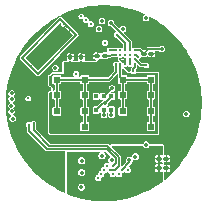
<source format=gbr>
%TF.GenerationSoftware,KiCad,Pcbnew,9.0.7+1*%
%TF.CreationDate,2026-02-20T14:40:58+00:00*%
%TF.ProjectId,ZSWatch-Extension,5a535761-7463-4682-9d45-7874656e7369,+ (Unreleased)*%
%TF.SameCoordinates,Original*%
%TF.FileFunction,Copper,L4,Bot*%
%TF.FilePolarity,Positive*%
%FSLAX46Y46*%
G04 Gerber Fmt 4.6, Leading zero omitted, Abs format (unit mm)*
G04 Created by KiCad (PCBNEW 9.0.7+1) date 2026-02-20 14:40:58*
%MOMM*%
%LPD*%
G01*
G04 APERTURE LIST*
G04 Aperture macros list*
%AMRoundRect*
0 Rectangle with rounded corners*
0 $1 Rounding radius*
0 $2 $3 $4 $5 $6 $7 $8 $9 X,Y pos of 4 corners*
0 Add a 4 corners polygon primitive as box body*
4,1,4,$2,$3,$4,$5,$6,$7,$8,$9,$2,$3,0*
0 Add four circle primitives for the rounded corners*
1,1,$1+$1,$2,$3*
1,1,$1+$1,$4,$5*
1,1,$1+$1,$6,$7*
1,1,$1+$1,$8,$9*
0 Add four rect primitives between the rounded corners*
20,1,$1+$1,$2,$3,$4,$5,0*
20,1,$1+$1,$4,$5,$6,$7,0*
20,1,$1+$1,$6,$7,$8,$9,0*
20,1,$1+$1,$8,$9,$2,$3,0*%
G04 Aperture macros list end*
%TA.AperFunction,Conductor*%
%ADD10C,0.200000*%
%TD*%
%ADD11C,0.060000*%
%TA.AperFunction,NonConductor*%
%ADD12C,0.060000*%
%TD*%
%TA.AperFunction,SMDPad,CuDef*%
%ADD13RoundRect,0.100000X-0.130000X-0.100000X0.130000X-0.100000X0.130000X0.100000X-0.130000X0.100000X0*%
%TD*%
%TA.AperFunction,SMDPad,CuDef*%
%ADD14RoundRect,0.100000X0.130000X0.100000X-0.130000X0.100000X-0.130000X-0.100000X0.130000X-0.100000X0*%
%TD*%
%TA.AperFunction,SMDPad,CuDef*%
%ADD15R,0.550000X0.550000*%
%TD*%
%TA.AperFunction,SMDPad,CuDef*%
%ADD16RoundRect,0.100000X0.100000X-0.130000X0.100000X0.130000X-0.100000X0.130000X-0.100000X-0.130000X0*%
%TD*%
%TA.AperFunction,SMDPad,CuDef*%
%ADD17R,0.400000X0.400000*%
%TD*%
%TA.AperFunction,SMDPad,CuDef*%
%ADD18C,0.250000*%
%TD*%
%TA.AperFunction,ViaPad*%
%ADD19C,0.350000*%
%TD*%
%TA.AperFunction,ViaPad*%
%ADD20C,0.302400*%
%TD*%
%TA.AperFunction,Conductor*%
%ADD21C,0.150000*%
%TD*%
G04 APERTURE END LIST*
D10*
%TO.N,Net-(IC501-CS_{ACC})*%
X202665686Y-144234314D02*
X199412994Y-147487006D01*
X198069491Y-146143503D01*
X201322183Y-142890813D01*
X202665686Y-144234314D01*
D11*
D12*
X198806213Y-146779209D02*
X199021712Y-146563710D01*
X198806213Y-146563710D02*
X199021712Y-146779209D01*
X199237211Y-145917212D02*
X199237211Y-145944150D01*
X199237211Y-145944150D02*
X199250680Y-146011493D01*
X199250680Y-146011493D02*
X199264148Y-146051899D01*
X199264148Y-146051899D02*
X199291086Y-146105774D01*
X199291086Y-146105774D02*
X199344961Y-146186586D01*
X199344961Y-146186586D02*
X199398835Y-146240461D01*
X199398835Y-146240461D02*
X199479648Y-146294336D01*
X199479648Y-146294336D02*
X199533522Y-146321273D01*
X199533522Y-146321273D02*
X199573928Y-146334742D01*
X199573928Y-146334742D02*
X199641272Y-146348211D01*
X199641272Y-146348211D02*
X199668209Y-146348211D01*
X199735553Y-146200055D02*
X199506585Y-145971087D01*
X199506585Y-145971087D02*
X199493117Y-145930681D01*
X199493117Y-145930681D02*
X199493117Y-145903743D01*
X199493117Y-145903743D02*
X199506585Y-145863337D01*
X199506585Y-145863337D02*
X199560460Y-145809462D01*
X199560460Y-145809462D02*
X199600866Y-145795994D01*
X199600866Y-145795994D02*
X199627804Y-145795994D01*
X199627804Y-145795994D02*
X199668210Y-145809462D01*
X199668210Y-145809462D02*
X199897178Y-146038430D01*
X199937584Y-145809462D02*
X199749022Y-145620900D01*
X199910646Y-145782525D02*
X199937584Y-145782525D01*
X199937584Y-145782525D02*
X199977990Y-145769056D01*
X199977990Y-145769056D02*
X200018396Y-145728650D01*
X200018396Y-145728650D02*
X200031865Y-145688244D01*
X200031865Y-145688244D02*
X200018396Y-145647838D01*
X200018396Y-145647838D02*
X199870240Y-145499682D01*
X200004928Y-145364995D02*
X200193489Y-145553557D01*
X200139615Y-145499682D02*
X200180021Y-145513151D01*
X200180021Y-145513151D02*
X200206958Y-145513151D01*
X200206958Y-145513151D02*
X200247364Y-145499682D01*
X200247364Y-145499682D02*
X200274302Y-145472745D01*
X200301239Y-145095621D02*
X200260833Y-145109090D01*
X200260833Y-145109090D02*
X200206958Y-145162964D01*
X200206958Y-145162964D02*
X200193489Y-145203371D01*
X200193489Y-145203371D02*
X200206958Y-145243777D01*
X200206958Y-145243777D02*
X200314708Y-145351526D01*
X200314708Y-145351526D02*
X200355114Y-145364995D01*
X200355114Y-145364995D02*
X200395520Y-145351526D01*
X200395520Y-145351526D02*
X200449395Y-145297651D01*
X200449395Y-145297651D02*
X200462863Y-145257245D01*
X200462863Y-145257245D02*
X200449395Y-145216839D01*
X200449395Y-145216839D02*
X200422457Y-145189902D01*
X200422457Y-145189902D02*
X200260833Y-145297651D01*
X200462863Y-144907059D02*
X200449395Y-144947465D01*
X200449395Y-144947465D02*
X200462863Y-144987871D01*
X200462863Y-144987871D02*
X200705300Y-145230308D01*
X200691831Y-144705029D02*
X200651425Y-144718497D01*
X200651425Y-144718497D02*
X200597550Y-144772372D01*
X200597550Y-144772372D02*
X200584082Y-144812778D01*
X200584082Y-144812778D02*
X200597550Y-144853184D01*
X200597550Y-144853184D02*
X200705300Y-144960934D01*
X200705300Y-144960934D02*
X200745706Y-144974403D01*
X200745706Y-144974403D02*
X200786112Y-144960934D01*
X200786112Y-144960934D02*
X200839987Y-144907059D01*
X200839987Y-144907059D02*
X200853456Y-144866653D01*
X200853456Y-144866653D02*
X200839987Y-144826247D01*
X200839987Y-144826247D02*
X200813050Y-144799309D01*
X200813050Y-144799309D02*
X200651425Y-144907059D01*
X200934268Y-144435655D02*
X201082424Y-144583810D01*
X201082424Y-144583810D02*
X201095892Y-144624216D01*
X201095892Y-144624216D02*
X201082424Y-144664623D01*
X201082424Y-144664623D02*
X201028549Y-144718497D01*
X201028549Y-144718497D02*
X200988143Y-144731966D01*
X200947737Y-144449123D02*
X200907330Y-144462592D01*
X200907330Y-144462592D02*
X200839987Y-144529936D01*
X200839987Y-144529936D02*
X200826518Y-144570342D01*
X200826518Y-144570342D02*
X200839987Y-144610748D01*
X200839987Y-144610748D02*
X200866924Y-144637685D01*
X200866924Y-144637685D02*
X200907330Y-144651154D01*
X200907330Y-144651154D02*
X200947737Y-144637685D01*
X200947737Y-144637685D02*
X201015080Y-144570342D01*
X201015080Y-144570342D02*
X201055486Y-144556873D01*
X201068955Y-144327905D02*
X201082424Y-144287499D01*
X201082424Y-144287499D02*
X201136298Y-144233624D01*
X201136298Y-144233624D02*
X201176705Y-144220155D01*
X201176705Y-144220155D02*
X201217111Y-144233624D01*
X201217111Y-144233624D02*
X201230579Y-144247093D01*
X201230579Y-144247093D02*
X201244048Y-144287499D01*
X201244048Y-144287499D02*
X201230579Y-144327905D01*
X201230579Y-144327905D02*
X201190173Y-144368311D01*
X201190173Y-144368311D02*
X201176705Y-144408717D01*
X201176705Y-144408717D02*
X201190173Y-144449123D01*
X201190173Y-144449123D02*
X201203642Y-144462592D01*
X201203642Y-144462592D02*
X201244048Y-144476061D01*
X201244048Y-144476061D02*
X201284454Y-144462592D01*
X201284454Y-144462592D02*
X201324860Y-144422186D01*
X201324860Y-144422186D02*
X201338329Y-144381780D01*
X201419142Y-143977718D02*
X201378735Y-143991187D01*
X201378735Y-143991187D02*
X201324861Y-144045062D01*
X201324861Y-144045062D02*
X201311392Y-144085468D01*
X201311392Y-144085468D02*
X201324861Y-144125874D01*
X201324861Y-144125874D02*
X201432610Y-144233624D01*
X201432610Y-144233624D02*
X201473016Y-144247092D01*
X201473016Y-144247092D02*
X201513422Y-144233624D01*
X201513422Y-144233624D02*
X201567297Y-144179749D01*
X201567297Y-144179749D02*
X201580766Y-144139343D01*
X201580766Y-144139343D02*
X201567297Y-144098937D01*
X201567297Y-144098937D02*
X201540360Y-144071999D01*
X201540360Y-144071999D02*
X201378735Y-144179749D01*
X201661578Y-143708344D02*
X201944421Y-143991187D01*
X201675047Y-143721813D02*
X201634641Y-143735282D01*
X201634641Y-143735282D02*
X201580766Y-143789157D01*
X201580766Y-143789157D02*
X201567297Y-143829563D01*
X201567297Y-143829563D02*
X201567297Y-143856500D01*
X201567297Y-143856500D02*
X201580766Y-143896906D01*
X201580766Y-143896906D02*
X201661578Y-143977718D01*
X201661578Y-143977718D02*
X201701984Y-143991187D01*
X201701984Y-143991187D02*
X201728922Y-143991187D01*
X201728922Y-143991187D02*
X201769328Y-143977718D01*
X201769328Y-143977718D02*
X201823202Y-143923844D01*
X201823202Y-143923844D02*
X201836671Y-143883438D01*
X201661578Y-143492845D02*
X201688516Y-143492845D01*
X201688516Y-143492845D02*
X201755859Y-143506314D01*
X201755859Y-143506314D02*
X201796265Y-143519782D01*
X201796265Y-143519782D02*
X201850140Y-143546720D01*
X201850140Y-143546720D02*
X201930952Y-143600595D01*
X201930952Y-143600595D02*
X201984827Y-143654469D01*
X201984827Y-143654469D02*
X202038702Y-143735282D01*
X202038702Y-143735282D02*
X202065639Y-143789156D01*
X202065639Y-143789156D02*
X202079108Y-143829563D01*
X202079108Y-143829563D02*
X202092577Y-143896906D01*
X202092577Y-143896906D02*
X202092577Y-143923843D01*
%TD*%
D13*
%TO.P,C508,1*%
%TO.N,VSYS*%
X208380000Y-145800000D03*
%TO.P,C508,2*%
%TO.N,GND*%
X209020000Y-145800000D03*
%TD*%
D14*
%TO.P,C611,1*%
%TO.N,GND*%
X210300000Y-154700000D03*
%TO.P,C611,2*%
%TO.N,GNDA*%
X209660000Y-154700000D03*
%TD*%
D15*
%TO.P,D501,1,K*%
%TO.N,Net-(D501-K)*%
X203390000Y-148000000D03*
X201010000Y-148000000D03*
X203390000Y-149310000D03*
X201010000Y-149310000D03*
X203390000Y-150690000D03*
X201010000Y-150690000D03*
X203390000Y-152000000D03*
%TO.P,D501,2,A*%
%TO.N,PD_GND*%
X201010000Y-152000000D03*
%TD*%
D14*
%TO.P,R601,1*%
%TO.N,GND*%
X210300000Y-155500000D03*
%TO.P,R601,2*%
%TO.N,GNDA*%
X209660000Y-155500000D03*
%TD*%
D16*
%TO.P,R501,1*%
%TO.N,PD_GND*%
X203100000Y-146720000D03*
%TO.P,R501,2*%
%TO.N,GND*%
X203100000Y-146080000D03*
%TD*%
%TO.P,C501,1*%
%TO.N,PD_GND*%
X202150000Y-146720000D03*
%TO.P,C501,2*%
%TO.N,GND*%
X202150000Y-146080000D03*
%TD*%
D14*
%TO.P,C509,1*%
%TO.N,Net-(IC503-V_{REF})*%
X205075000Y-146000000D03*
%TO.P,C509,2*%
%TO.N,GND*%
X204435000Y-146000000D03*
%TD*%
D17*
%TO.P,LED501,1,K*%
%TO.N,Net-(IC503-LED2-DRV)*%
X205650000Y-150575000D03*
%TO.P,LED501,2,A*%
%TO.N,VSYS*%
X205650000Y-149425000D03*
%TO.P,LED501,3,K*%
%TO.N,Net-(IC503-LED1-DRV)*%
X205000000Y-150575000D03*
%TO.P,LED501,4,K*%
%TO.N,Net-(IC503-LED3-DRV)*%
X205000000Y-149425000D03*
%TO.P,LED501,5,A*%
%TO.N,VSYS*%
X204350000Y-150575000D03*
%TO.P,LED501,6,NC*%
%TO.N,unconnected-(LED501-NC-Pad6)*%
X204350000Y-149425000D03*
%TD*%
D18*
%TO.P,IC503,A1,V_{LED}*%
%TO.N,VSYS*%
X207600000Y-145500000D03*
%TO.P,IC503,A2,SCLK*%
%TO.N,Net-(IC501-SCLK_{SENSOR})*%
X207200000Y-145500000D03*
%TO.P,IC503,A3,MISO*%
%TO.N,Net-(IC501-MISO_{SENSOR})*%
X206800000Y-145500000D03*
%TO.P,IC503,A4,MOSI*%
%TO.N,Net-(IC501-MOSI_{SENSOR})*%
X206400000Y-145500000D03*
%TO.P,IC503,A5,~{CSB}*%
%TO.N,Net-(IC501-CS_{PPG})*%
X206000000Y-145500000D03*
%TO.P,IC503,B1,LED3-DRV*%
%TO.N,Net-(IC503-LED3-DRV)*%
X207600000Y-145900000D03*
%TO.P,IC503,B2,~{INT}*%
%TO.N,Net-(IC501-INT_{PPG})*%
X207200000Y-145900000D03*
%TO.P,IC503,B3,GPIO1*%
%TO.N,unconnected-(IC503-GPIO1-PadB3)*%
X206800000Y-145900000D03*
%TO.P,IC503,B4,GPIO2*%
%TO.N,unconnected-(IC503-GPIO2-PadB4)*%
X206400000Y-145900000D03*
%TO.P,IC503,B5,V_{REF}*%
%TO.N,Net-(IC503-V_{REF})*%
X206000000Y-145900000D03*
%TO.P,IC503,C1,LED2-DRV*%
%TO.N,Net-(IC503-LED2-DRV)*%
X207600000Y-146300000D03*
%TO.P,IC503,C2,DVDD*%
%TO.N,/Project Architecture/Connectors/+1V8_HR*%
X207200000Y-146300000D03*
%TO.P,IC503,C3,DGND*%
%TO.N,GND*%
X206800000Y-146300000D03*
%TO.P,IC503,C4,AGND*%
X206400000Y-146300000D03*
%TO.P,IC503,C5,PD-GND*%
%TO.N,PD_GND*%
X206000000Y-146300000D03*
%TO.P,IC503,D1,LED1-DRV*%
%TO.N,Net-(IC503-LED1-DRV)*%
X207600000Y-146700000D03*
%TO.P,IC503,D2,AVDD*%
%TO.N,/Project Architecture/Connectors/+1V8_HR*%
X207200000Y-146700000D03*
%TO.P,IC503,D3,PGND*%
%TO.N,GND*%
X206800000Y-146700000D03*
%TO.P,IC503,D4,PD2-IN*%
%TO.N,Net-(D502-K)*%
X206400000Y-146700000D03*
%TO.P,IC503,D5,PD1-IN*%
%TO.N,Net-(D501-K)*%
X206000000Y-146700000D03*
%TD*%
D15*
%TO.P,D502,1,K*%
%TO.N,Net-(D502-K)*%
X208990000Y-148000000D03*
X206610000Y-148000000D03*
X208990000Y-149310000D03*
X206610000Y-149310000D03*
X208990000Y-150690000D03*
X206610000Y-150690000D03*
X208990000Y-152000000D03*
%TO.P,D502,2,A*%
%TO.N,PD_GND*%
X206610000Y-152000000D03*
%TD*%
D19*
%TO.N,GND*%
X207112500Y-144143000D03*
X200400000Y-148800000D03*
X209700000Y-143993000D03*
D20*
X209350000Y-146400000D03*
D19*
X209500000Y-146880000D03*
X212000000Y-151400000D03*
D20*
X206800000Y-146700000D03*
X204875000Y-142275000D03*
X201247524Y-146516942D03*
X200200000Y-144666584D03*
X200379773Y-147420227D03*
%TO.N,PD_GND*%
X203725000Y-147325000D03*
X204000000Y-148900000D03*
X204000000Y-148375000D03*
X202700000Y-148525000D03*
X201650000Y-150775000D03*
X204775000Y-147325000D03*
X202175000Y-151300000D03*
X202175000Y-150775000D03*
X201650000Y-149050000D03*
X204250000Y-147325000D03*
X202175000Y-148525000D03*
X202700000Y-151300000D03*
X201650000Y-151300000D03*
X202175000Y-149050000D03*
X202700000Y-149050000D03*
X202700000Y-150775000D03*
D19*
%TO.N,GNDA*%
X206842069Y-157435457D03*
D20*
X207275000Y-156005000D03*
D19*
X203700000Y-154300000D03*
X203700000Y-157745000D03*
X208900000Y-155200000D03*
X205300000Y-157500000D03*
X209400000Y-156345000D03*
D20*
X206775000Y-156005000D03*
X205275000Y-156005000D03*
D19*
%TO.N,VSYS*%
X205100000Y-150000000D03*
X197200000Y-150700000D03*
X209900000Y-145400000D03*
X203100000Y-157105000D03*
D20*
%TO.N,Net-(IC503-LED3-DRV)*%
X207890354Y-146060790D03*
D19*
X205687500Y-148737500D03*
D20*
%TO.N,Net-(IC503-LED1-DRV)*%
X207500000Y-147300000D03*
D19*
X205000000Y-151000000D03*
D20*
%TO.N,Net-(IC503-LED2-DRV)*%
X208600000Y-146800000D03*
D19*
X205650000Y-151000000D03*
%TO.N,/Project Architecture/Audio/I2C_SCL*%
X197200000Y-149650000D03*
D20*
X198630659Y-151830659D03*
X205775000Y-155325000D03*
X203500000Y-142972581D03*
X198616200Y-149583800D03*
%TO.N,/Project Architecture/Audio/I2C_SDA*%
X203900000Y-143300000D03*
D19*
X197181864Y-150198937D03*
D20*
X199048798Y-151700000D03*
X205525000Y-155665000D03*
%TO.N,/Project Architecture/Connectors/Status*%
X203100000Y-142656284D03*
D19*
X197200000Y-149172528D03*
D20*
%TO.N,Net-(IC601-VREF)*%
X205775000Y-156005000D03*
D19*
X205675000Y-154825000D03*
%TO.N,Net-(IC601-HPCFN)*%
X207675000Y-154525000D03*
D20*
X207025000Y-155665000D03*
D19*
%TO.N,Net-(IC601-SP_P)*%
X203125000Y-154875000D03*
D20*
X204775000Y-156005000D03*
%TO.N,Net-(IC601-SP_N)*%
X204525000Y-156345000D03*
D19*
X203125001Y-155875000D03*
D20*
%TO.N,Net-(IC501-SCLK_{SENSOR})*%
X205100000Y-144900000D03*
D19*
X205600000Y-143200000D03*
%TO.N,/Project Architecture/Heartrate/INT_{ACC}*%
X206612502Y-143712500D03*
D20*
X202653033Y-147529741D03*
%TO.N,Net-(IC501-MOSI_{SENSOR})*%
X206400000Y-145500000D03*
%TO.N,Net-(IC501-CS_{PPG})*%
X205500000Y-145500000D03*
%TO.N,Net-(IC501-CS_{ACC})*%
X201606169Y-143268723D03*
D19*
X204600000Y-143700000D03*
D20*
%TO.N,Net-(IC501-INT_{PPG})*%
X207200000Y-145900000D03*
%TO.N,Net-(IC501-MISO_{SENSOR})*%
X206100000Y-144200000D03*
%TO.N,/Project Architecture/Audio/I2S_DIN*%
X206525000Y-155665000D03*
D19*
X207175000Y-154825000D03*
D20*
%TO.N,/Project Architecture/Audio/I2S_MCLK*%
X205025000Y-155665000D03*
D19*
X208600000Y-153500000D03*
%TO.N,/Project Architecture/Connectors/+1V8_HR*%
X200900000Y-147000000D03*
X208572500Y-142800000D03*
D20*
X207202395Y-146302417D03*
D19*
X197290188Y-151299806D03*
X204850000Y-143040000D03*
D20*
%TO.N,/Project Architecture/Audio/+1V8_PA*%
X206275000Y-156005000D03*
D19*
X204845000Y-154445000D03*
X212000000Y-150900000D03*
D20*
X205275000Y-155325000D03*
%TD*%
D21*
%TO.N,GND*%
X206800000Y-146300000D02*
X206800000Y-146700000D01*
%TO.N,VSYS*%
X205100000Y-150000000D02*
X204925000Y-150000000D01*
X205650000Y-149425000D02*
X205650000Y-149450000D01*
X205650000Y-149450000D02*
X205100000Y-150000000D01*
X204925000Y-150000000D02*
X204350000Y-150575000D01*
X207600000Y-145500000D02*
X208080000Y-145500000D01*
X208080000Y-145500000D02*
X208380000Y-145800000D01*
X209900000Y-145400000D02*
X208780000Y-145400000D01*
X208780000Y-145400000D02*
X208380000Y-145800000D01*
%TO.N,Net-(IC503-V_{REF})*%
X205600000Y-145900000D02*
X205500000Y-146000000D01*
X205500000Y-146000000D02*
X205075000Y-146000000D01*
X206000000Y-145900000D02*
X205600000Y-145900000D01*
%TO.N,Net-(D501-K)*%
X201010000Y-149310000D02*
X201010000Y-148000000D01*
X203390000Y-148000000D02*
X203390000Y-149310000D01*
X201010000Y-148000000D02*
X203390000Y-148000000D01*
X206000000Y-147400000D02*
X205400000Y-148000000D01*
X204200000Y-148000000D02*
X203390000Y-148000000D01*
X203390000Y-150690000D02*
X203390000Y-152000000D01*
X205400000Y-148000000D02*
X204200000Y-148000000D01*
X203390000Y-149310000D02*
X203390000Y-150690000D01*
X206000000Y-146700000D02*
X206000000Y-147400000D01*
X201010000Y-150690000D02*
X201010000Y-149310000D01*
%TO.N,Net-(D502-K)*%
X206610000Y-150690000D02*
X206610000Y-149310000D01*
X206600000Y-148000000D02*
X206610000Y-148000000D01*
X206610000Y-149310000D02*
X206610000Y-148000000D01*
X208990000Y-150690000D02*
X208990000Y-149600000D01*
X206400000Y-146700000D02*
X206400000Y-147800000D01*
X206610000Y-148000000D02*
X208990000Y-148000000D01*
X208990000Y-152000000D02*
X208990000Y-150690000D01*
X208990000Y-149310000D02*
X208990000Y-148000000D01*
%TO.N,Net-(IC503-LED3-DRV)*%
X207729564Y-145900000D02*
X207890354Y-146060790D01*
X207600000Y-145900000D02*
X207729564Y-145900000D01*
X205687500Y-148737500D02*
X205000000Y-149425000D01*
%TO.N,Net-(IC503-LED1-DRV)*%
X207500000Y-147300000D02*
X207500000Y-147064154D01*
X205000000Y-150575000D02*
X205000000Y-151000000D01*
X207500000Y-147064154D02*
X207600000Y-146964154D01*
X207600000Y-146964154D02*
X207600000Y-146700000D01*
%TO.N,Net-(IC503-LED2-DRV)*%
X208606200Y-146800000D02*
X208125679Y-146800000D01*
X208125679Y-146800000D02*
X207625679Y-146300000D01*
X207625679Y-146300000D02*
X207600000Y-146300000D01*
X205650000Y-151000000D02*
X205650000Y-150575000D01*
%TO.N,/Project Architecture/Audio/I2C_SCL*%
X205246389Y-153900000D02*
X200200000Y-153900000D01*
X206026000Y-154679611D02*
X205246389Y-153900000D01*
X198630659Y-152330659D02*
X198630659Y-151830659D01*
X206026000Y-155074000D02*
X206026000Y-154679611D01*
X200200000Y-153900000D02*
X198630659Y-152330659D01*
X205775000Y-155325000D02*
X206026000Y-155074000D01*
%TO.N,/Project Architecture/Audio/I2C_SDA*%
X205525000Y-155665000D02*
X205935000Y-155665000D01*
X200400000Y-153600000D02*
X199048798Y-152248798D01*
X199048798Y-152248798D02*
X199048798Y-151700000D01*
X206277000Y-154575643D02*
X205301357Y-153600000D01*
X206277000Y-155323000D02*
X206277000Y-154575643D01*
X205935000Y-155665000D02*
X206277000Y-155323000D01*
X205301357Y-153600000D02*
X200400000Y-153600000D01*
%TO.N,Net-(IC501-SCLK_{SENSOR})*%
X205600000Y-143200000D02*
X207200000Y-144800000D01*
X207200000Y-144800000D02*
X207200000Y-145500000D01*
%TO.N,Net-(IC501-CS_{PPG})*%
X205500000Y-145500000D02*
X206000000Y-145500000D01*
%TO.N,Net-(IC501-MISO_{SENSOR})*%
X206800000Y-144900000D02*
X206100000Y-144200000D01*
X206800000Y-145500000D02*
X206800000Y-144900000D01*
%TO.N,/Project Architecture/Audio/I2S_DIN*%
X207175000Y-154825000D02*
X207175000Y-155015000D01*
X207175000Y-155015000D02*
X206525000Y-155665000D01*
%TO.N,/Project Architecture/Connectors/+1V8_HR*%
X207200000Y-146300000D02*
X207200000Y-146700000D01*
X207200000Y-146300022D02*
X207202395Y-146302417D01*
X207200000Y-146300000D02*
X207200000Y-146300022D01*
%TD*%
%TA.AperFunction,Conductor*%
%TO.N,GNDA*%
G36*
X208316547Y-153618306D02*
G01*
X208326479Y-153631249D01*
X208357939Y-153685738D01*
X208357944Y-153685744D01*
X208414255Y-153742055D01*
X208414261Y-153742060D01*
X208483239Y-153781885D01*
X208527654Y-153793786D01*
X208560170Y-153802499D01*
X208560173Y-153802499D01*
X208560175Y-153802500D01*
X208560176Y-153802500D01*
X208639824Y-153802500D01*
X208639825Y-153802500D01*
X208716761Y-153781885D01*
X208785739Y-153742060D01*
X208842060Y-153685739D01*
X208855615Y-153662261D01*
X208873521Y-153631249D01*
X208911472Y-153602129D01*
X208927647Y-153600000D01*
X209912500Y-153600000D01*
X209956694Y-153618306D01*
X209975000Y-153662500D01*
X209975000Y-154333673D01*
X209956694Y-154377867D01*
X209912500Y-154396173D01*
X209884597Y-154387709D01*
X209884259Y-154388527D01*
X209878570Y-154386170D01*
X209812356Y-154373000D01*
X209723500Y-154373000D01*
X209723500Y-155027000D01*
X209812356Y-155027000D01*
X209812356Y-155026999D01*
X209878570Y-155013829D01*
X209884259Y-155011473D01*
X209884870Y-155012950D01*
X209895653Y-155010804D01*
X209912500Y-155003826D01*
X209918410Y-155006274D01*
X209924685Y-155005025D01*
X209939848Y-155015154D01*
X209956694Y-155022132D01*
X209959142Y-155028042D01*
X209964462Y-155031596D01*
X209975000Y-155066326D01*
X209975000Y-155133673D01*
X209956694Y-155177867D01*
X209912500Y-155196173D01*
X209884597Y-155187709D01*
X209884259Y-155188527D01*
X209878570Y-155186170D01*
X209812356Y-155173000D01*
X209723500Y-155173000D01*
X209723500Y-155827000D01*
X209812356Y-155827000D01*
X209812356Y-155826999D01*
X209878570Y-155813829D01*
X209884259Y-155811473D01*
X209884870Y-155812950D01*
X209924685Y-155805025D01*
X209964462Y-155831596D01*
X209975000Y-155866326D01*
X209975000Y-156607415D01*
X209956694Y-156651609D01*
X209950548Y-156656999D01*
X209835900Y-156744972D01*
X209832575Y-156747355D01*
X209384403Y-157046814D01*
X209380930Y-157048974D01*
X208914129Y-157318482D01*
X208910522Y-157320410D01*
X208427087Y-157558813D01*
X208423362Y-157560500D01*
X207925392Y-157766766D01*
X207921564Y-157768207D01*
X207411151Y-157941469D01*
X207407237Y-157942656D01*
X206886599Y-158082161D01*
X206882616Y-158083090D01*
X206353954Y-158188247D01*
X206349919Y-158188913D01*
X205815523Y-158259268D01*
X205811453Y-158259669D01*
X205273596Y-158294922D01*
X205269508Y-158295056D01*
X204730492Y-158295056D01*
X204726404Y-158294922D01*
X204188546Y-158259669D01*
X204184476Y-158259268D01*
X203650080Y-158188913D01*
X203646045Y-158188247D01*
X203117383Y-158083090D01*
X203113400Y-158082161D01*
X202592762Y-157942656D01*
X202588848Y-157941469D01*
X202078435Y-157768207D01*
X202074607Y-157766766D01*
X201913582Y-157700067D01*
X201879757Y-157666243D01*
X201875000Y-157642325D01*
X201875000Y-157065170D01*
X202797500Y-157065170D01*
X202797500Y-157144829D01*
X202818115Y-157221761D01*
X202818115Y-157221763D01*
X202857939Y-157290738D01*
X202857944Y-157290744D01*
X202914255Y-157347055D01*
X202914261Y-157347060D01*
X202983239Y-157386885D01*
X203027654Y-157398786D01*
X203060170Y-157407499D01*
X203060173Y-157407499D01*
X203060175Y-157407500D01*
X203060176Y-157407500D01*
X203139824Y-157407500D01*
X203139825Y-157407500D01*
X203216761Y-157386885D01*
X203285739Y-157347060D01*
X203342060Y-157290739D01*
X203381885Y-157221761D01*
X203402500Y-157144825D01*
X203402500Y-157065175D01*
X203381885Y-156988239D01*
X203381884Y-156988237D01*
X203381884Y-156988236D01*
X203342060Y-156919261D01*
X203342055Y-156919255D01*
X203285744Y-156862944D01*
X203285738Y-156862939D01*
X203216762Y-156823115D01*
X203139829Y-156802500D01*
X203139825Y-156802500D01*
X203060175Y-156802500D01*
X203060170Y-156802500D01*
X202983238Y-156823115D01*
X202983236Y-156823115D01*
X202914261Y-156862939D01*
X202914255Y-156862944D01*
X202857944Y-156919255D01*
X202857939Y-156919261D01*
X202818115Y-156988236D01*
X202818115Y-156988238D01*
X202797500Y-157065170D01*
X201875000Y-157065170D01*
X201875000Y-155835170D01*
X202822501Y-155835170D01*
X202822501Y-155914829D01*
X202843116Y-155991761D01*
X202843116Y-155991763D01*
X202882940Y-156060738D01*
X202882945Y-156060744D01*
X202939256Y-156117055D01*
X202939262Y-156117060D01*
X202947790Y-156121984D01*
X203008240Y-156156885D01*
X203052655Y-156168786D01*
X203085171Y-156177499D01*
X203085174Y-156177499D01*
X203085176Y-156177500D01*
X203085177Y-156177500D01*
X203164825Y-156177500D01*
X203164826Y-156177500D01*
X203241762Y-156156885D01*
X203310740Y-156117060D01*
X203367061Y-156060739D01*
X203406886Y-155991761D01*
X203427501Y-155914825D01*
X203427501Y-155835175D01*
X203427152Y-155833874D01*
X203413058Y-155781273D01*
X203406886Y-155758239D01*
X203406885Y-155758237D01*
X203406885Y-155758236D01*
X203367061Y-155689261D01*
X203367056Y-155689255D01*
X203310745Y-155632944D01*
X203310739Y-155632939D01*
X203241763Y-155593115D01*
X203164830Y-155572500D01*
X203164826Y-155572500D01*
X203085176Y-155572500D01*
X203085171Y-155572500D01*
X203008239Y-155593115D01*
X203008237Y-155593115D01*
X202939262Y-155632939D01*
X202939256Y-155632944D01*
X202882945Y-155689255D01*
X202882940Y-155689261D01*
X202843116Y-155758236D01*
X202843116Y-155758238D01*
X202822501Y-155835170D01*
X201875000Y-155835170D01*
X201875000Y-154835170D01*
X202822500Y-154835170D01*
X202822500Y-154914829D01*
X202843115Y-154991761D01*
X202843115Y-154991763D01*
X202882939Y-155060738D01*
X202882944Y-155060744D01*
X202939255Y-155117055D01*
X202939261Y-155117060D01*
X203008239Y-155156885D01*
X203052654Y-155168786D01*
X203085170Y-155177499D01*
X203085173Y-155177499D01*
X203085175Y-155177500D01*
X203085176Y-155177500D01*
X203164824Y-155177500D01*
X203164825Y-155177500D01*
X203241761Y-155156885D01*
X203310739Y-155117060D01*
X203367060Y-155060739D01*
X203406885Y-154991761D01*
X203427500Y-154914825D01*
X203427500Y-154835175D01*
X203425443Y-154827500D01*
X203419919Y-154806884D01*
X203406885Y-154758239D01*
X203406884Y-154758237D01*
X203406884Y-154758236D01*
X203367060Y-154689261D01*
X203367055Y-154689255D01*
X203310744Y-154632944D01*
X203310738Y-154632939D01*
X203241762Y-154593115D01*
X203164829Y-154572500D01*
X203164825Y-154572500D01*
X203085175Y-154572500D01*
X203085170Y-154572500D01*
X203008238Y-154593115D01*
X203008236Y-154593115D01*
X202939261Y-154632939D01*
X202939255Y-154632944D01*
X202882944Y-154689255D01*
X202882939Y-154689261D01*
X202843115Y-154758236D01*
X202843115Y-154758238D01*
X202822500Y-154835170D01*
X201875000Y-154835170D01*
X201875000Y-154165000D01*
X201893306Y-154120806D01*
X201937500Y-154102500D01*
X204608812Y-154102500D01*
X204653006Y-154120806D01*
X204671312Y-154165000D01*
X204653006Y-154209194D01*
X204602944Y-154259255D01*
X204602939Y-154259261D01*
X204563115Y-154328236D01*
X204563115Y-154328238D01*
X204542500Y-154405170D01*
X204542500Y-154484829D01*
X204563115Y-154561761D01*
X204563115Y-154561763D01*
X204602939Y-154630738D01*
X204602944Y-154630744D01*
X204659255Y-154687055D01*
X204659261Y-154687060D01*
X204695943Y-154708239D01*
X204728239Y-154726885D01*
X204772654Y-154738786D01*
X204805170Y-154747499D01*
X204805173Y-154747499D01*
X204805175Y-154747500D01*
X204805176Y-154747500D01*
X204884824Y-154747500D01*
X204884825Y-154747500D01*
X204961761Y-154726885D01*
X205030739Y-154687060D01*
X205087060Y-154630739D01*
X205126885Y-154561761D01*
X205147500Y-154484825D01*
X205147500Y-154405175D01*
X205126885Y-154328239D01*
X205126884Y-154328237D01*
X205126884Y-154328236D01*
X205087060Y-154259261D01*
X205087055Y-154259255D01*
X205036994Y-154209194D01*
X205018688Y-154165000D01*
X205036994Y-154120806D01*
X205081188Y-154102500D01*
X205136623Y-154102500D01*
X205180817Y-154120806D01*
X205529101Y-154469090D01*
X205547407Y-154513284D01*
X205529101Y-154557478D01*
X205516159Y-154567410D01*
X205489258Y-154582941D01*
X205432944Y-154639255D01*
X205432939Y-154639261D01*
X205393115Y-154708236D01*
X205393115Y-154708238D01*
X205372500Y-154785170D01*
X205372500Y-154864829D01*
X205393115Y-154941761D01*
X205403973Y-154960568D01*
X205410216Y-155007994D01*
X205381096Y-155045945D01*
X205333670Y-155052189D01*
X205311692Y-155046300D01*
X205238308Y-155046300D01*
X205238303Y-155046300D01*
X205167428Y-155065292D01*
X205167423Y-155065294D01*
X205103874Y-155101983D01*
X205051983Y-155153874D01*
X205015294Y-155217423D01*
X205015292Y-155217428D01*
X204996300Y-155288303D01*
X204996300Y-155336200D01*
X204977994Y-155380394D01*
X204949978Y-155396570D01*
X204917426Y-155405292D01*
X204917423Y-155405294D01*
X204853874Y-155441983D01*
X204801983Y-155493874D01*
X204765294Y-155557423D01*
X204765292Y-155557428D01*
X204746300Y-155628303D01*
X204746300Y-155676200D01*
X204727994Y-155720394D01*
X204699978Y-155736570D01*
X204667426Y-155745292D01*
X204667423Y-155745294D01*
X204603874Y-155781983D01*
X204551983Y-155833874D01*
X204515294Y-155897423D01*
X204515292Y-155897428D01*
X204496300Y-155968303D01*
X204496300Y-156016200D01*
X204477994Y-156060394D01*
X204449978Y-156076570D01*
X204417426Y-156085292D01*
X204417423Y-156085294D01*
X204353874Y-156121983D01*
X204301983Y-156173874D01*
X204265294Y-156237423D01*
X204265292Y-156237428D01*
X204246300Y-156308303D01*
X204246300Y-156381696D01*
X204265292Y-156452571D01*
X204265293Y-156452574D01*
X204301984Y-156516126D01*
X204353874Y-156568016D01*
X204417426Y-156604707D01*
X204460803Y-156616330D01*
X204488303Y-156623699D01*
X204488305Y-156623699D01*
X204488308Y-156623700D01*
X204488310Y-156623700D01*
X204561690Y-156623700D01*
X204561692Y-156623700D01*
X204632574Y-156604707D01*
X204696126Y-156568016D01*
X204748016Y-156516126D01*
X204784707Y-156452574D01*
X204803700Y-156381692D01*
X204803700Y-156333799D01*
X204822006Y-156289605D01*
X204850024Y-156273429D01*
X204882570Y-156264708D01*
X204882569Y-156264708D01*
X204882574Y-156264707D01*
X204946126Y-156228016D01*
X204998016Y-156176126D01*
X205034707Y-156112574D01*
X205053700Y-156041692D01*
X205053700Y-155993799D01*
X205072006Y-155949605D01*
X205100024Y-155933429D01*
X205132570Y-155924708D01*
X205132569Y-155924708D01*
X205132574Y-155924707D01*
X205196126Y-155888016D01*
X205230806Y-155853336D01*
X205275000Y-155835030D01*
X205319194Y-155853336D01*
X205353874Y-155888016D01*
X205417426Y-155924707D01*
X205417428Y-155924707D01*
X205417429Y-155924708D01*
X205449976Y-155933429D01*
X205487927Y-155962549D01*
X205496300Y-155993799D01*
X205496300Y-156041696D01*
X205515292Y-156112571D01*
X205515294Y-156112576D01*
X205550683Y-156173874D01*
X205551984Y-156176126D01*
X205603874Y-156228016D01*
X205667426Y-156264707D01*
X205699977Y-156273429D01*
X205738303Y-156283699D01*
X205738305Y-156283699D01*
X205738308Y-156283700D01*
X205738310Y-156283700D01*
X205811690Y-156283700D01*
X205811692Y-156283700D01*
X205882574Y-156264707D01*
X205946126Y-156228016D01*
X205980806Y-156193336D01*
X206025000Y-156175030D01*
X206069194Y-156193336D01*
X206103874Y-156228016D01*
X206167426Y-156264707D01*
X206199977Y-156273429D01*
X206238303Y-156283699D01*
X206238305Y-156283699D01*
X206238308Y-156283700D01*
X206238310Y-156283700D01*
X206311690Y-156283700D01*
X206311692Y-156283700D01*
X206382574Y-156264707D01*
X206446126Y-156228016D01*
X206498016Y-156176126D01*
X206534707Y-156112574D01*
X206553700Y-156041692D01*
X206553700Y-155993799D01*
X206572006Y-155949605D01*
X206600024Y-155933429D01*
X206632570Y-155924708D01*
X206632569Y-155924708D01*
X206632574Y-155924707D01*
X206696126Y-155888016D01*
X206730806Y-155853336D01*
X206775000Y-155835030D01*
X206819194Y-155853336D01*
X206853874Y-155888016D01*
X206917426Y-155924707D01*
X206949977Y-155933429D01*
X206988303Y-155943699D01*
X206988305Y-155943699D01*
X206988308Y-155943700D01*
X206988310Y-155943700D01*
X207061690Y-155943700D01*
X207061692Y-155943700D01*
X207132574Y-155924707D01*
X207196126Y-155888016D01*
X207248016Y-155836126D01*
X207284707Y-155772574D01*
X207303700Y-155701692D01*
X207303700Y-155628308D01*
X207302105Y-155622356D01*
X209303000Y-155622356D01*
X209316170Y-155688570D01*
X209316171Y-155688572D01*
X209366342Y-155763657D01*
X209441427Y-155813828D01*
X209441429Y-155813829D01*
X209507643Y-155826999D01*
X209507644Y-155827000D01*
X209596500Y-155827000D01*
X209596500Y-155563500D01*
X209303000Y-155563500D01*
X209303000Y-155622356D01*
X207302105Y-155622356D01*
X207284707Y-155557426D01*
X207248016Y-155493874D01*
X207196126Y-155441984D01*
X207196125Y-155441983D01*
X207173119Y-155428701D01*
X207164131Y-155423512D01*
X207135010Y-155385562D01*
X207136052Y-155377643D01*
X209303000Y-155377643D01*
X209303000Y-155436500D01*
X209596500Y-155436500D01*
X209596500Y-155173000D01*
X209507644Y-155173000D01*
X209441429Y-155186170D01*
X209441427Y-155186171D01*
X209366342Y-155236342D01*
X209316171Y-155311427D01*
X209316170Y-155311429D01*
X209303000Y-155377643D01*
X207136052Y-155377643D01*
X207141253Y-155338136D01*
X207151184Y-155325193D01*
X207346672Y-155129707D01*
X207376265Y-155058260D01*
X207389808Y-155037990D01*
X207417060Y-155010739D01*
X207449816Y-154954004D01*
X207456884Y-154941763D01*
X207456884Y-154941762D01*
X207456885Y-154941761D01*
X207477500Y-154864825D01*
X207477500Y-154864821D01*
X207478034Y-154860766D01*
X207479859Y-154861006D01*
X207495806Y-154822508D01*
X207540000Y-154804202D01*
X207556177Y-154806332D01*
X207558237Y-154806884D01*
X207558239Y-154806885D01*
X207602713Y-154818801D01*
X207635170Y-154827499D01*
X207635173Y-154827499D01*
X207635175Y-154827500D01*
X207635176Y-154827500D01*
X207714824Y-154827500D01*
X207714825Y-154827500D01*
X207734023Y-154822356D01*
X209303000Y-154822356D01*
X209316170Y-154888570D01*
X209316171Y-154888572D01*
X209366342Y-154963657D01*
X209441427Y-155013828D01*
X209441429Y-155013829D01*
X209507643Y-155026999D01*
X209507644Y-155027000D01*
X209596500Y-155027000D01*
X209596500Y-154763500D01*
X209303000Y-154763500D01*
X209303000Y-154822356D01*
X207734023Y-154822356D01*
X207791761Y-154806885D01*
X207860739Y-154767060D01*
X207917060Y-154710739D01*
X207956885Y-154641761D01*
X207974065Y-154577643D01*
X209303000Y-154577643D01*
X209303000Y-154636500D01*
X209596500Y-154636500D01*
X209596500Y-154373000D01*
X209507644Y-154373000D01*
X209441429Y-154386170D01*
X209441427Y-154386171D01*
X209366342Y-154436342D01*
X209316171Y-154511427D01*
X209316170Y-154511429D01*
X209303000Y-154577643D01*
X207974065Y-154577643D01*
X207977500Y-154564825D01*
X207977500Y-154485175D01*
X207977407Y-154484829D01*
X207964415Y-154436342D01*
X207956885Y-154408239D01*
X207956884Y-154408237D01*
X207956884Y-154408236D01*
X207917060Y-154339261D01*
X207917055Y-154339255D01*
X207860744Y-154282944D01*
X207860738Y-154282939D01*
X207791762Y-154243115D01*
X207714829Y-154222500D01*
X207714825Y-154222500D01*
X207635175Y-154222500D01*
X207635170Y-154222500D01*
X207558238Y-154243115D01*
X207558236Y-154243115D01*
X207489261Y-154282939D01*
X207489255Y-154282944D01*
X207432944Y-154339255D01*
X207432939Y-154339261D01*
X207393115Y-154408236D01*
X207393115Y-154408238D01*
X207372500Y-154485170D01*
X207371966Y-154489234D01*
X207370140Y-154488993D01*
X207354194Y-154527491D01*
X207310000Y-154545797D01*
X207293824Y-154543667D01*
X207214831Y-154522501D01*
X207214826Y-154522500D01*
X207214825Y-154522500D01*
X207135175Y-154522500D01*
X207135170Y-154522500D01*
X207058238Y-154543115D01*
X207058236Y-154543115D01*
X206989261Y-154582939D01*
X206989255Y-154582944D01*
X206932944Y-154639255D01*
X206932939Y-154639261D01*
X206893115Y-154708236D01*
X206893115Y-154708238D01*
X206872500Y-154785170D01*
X206872500Y-154864829D01*
X206893114Y-154941758D01*
X206893117Y-154941766D01*
X206894299Y-154943813D01*
X206894454Y-154944994D01*
X206894683Y-154945546D01*
X206894535Y-154945607D01*
X206900540Y-154991240D01*
X206884365Y-155019254D01*
X206586194Y-155317427D01*
X206542000Y-155335733D01*
X206497806Y-155317427D01*
X206479500Y-155273233D01*
X206479500Y-154535363D01*
X206479499Y-154535360D01*
X206458755Y-154485280D01*
X206458754Y-154485278D01*
X206458711Y-154485175D01*
X206448672Y-154460936D01*
X205694428Y-153706693D01*
X205676123Y-153662500D01*
X205694429Y-153618306D01*
X205738623Y-153600000D01*
X208272353Y-153600000D01*
X208316547Y-153618306D01*
G37*
%TD.AperFunction*%
%TD*%
%TA.AperFunction,Conductor*%
%TO.N,GND*%
G36*
X206634648Y-146053554D02*
G01*
X206660993Y-146079899D01*
X206668335Y-146097625D01*
X206800707Y-146229997D01*
X206800710Y-146230005D01*
X206800719Y-146230009D01*
X206807882Y-146247320D01*
X206815059Y-146264645D01*
X206815055Y-146264653D01*
X206815059Y-146264662D01*
X206808580Y-146280287D01*
X206800707Y-146299293D01*
X206800695Y-146299305D01*
X206799999Y-146299999D01*
X206800706Y-146300706D01*
X206815058Y-146335354D01*
X206800706Y-146370002D01*
X206676742Y-146493966D01*
X206676685Y-146494332D01*
X206677172Y-146506463D01*
X206835355Y-146664645D01*
X207001373Y-146830663D01*
X207012671Y-146832910D01*
X207020098Y-146839005D01*
X207072261Y-146891168D01*
X207072263Y-146891169D01*
X207072264Y-146891170D01*
X207155145Y-146925500D01*
X207155147Y-146925500D01*
X207244853Y-146925500D01*
X207244855Y-146925500D01*
X207283577Y-146909461D01*
X207321078Y-146909461D01*
X207347597Y-146935979D01*
X207347597Y-146973482D01*
X207324501Y-147029240D01*
X207324500Y-147029247D01*
X207324500Y-147099245D01*
X207310148Y-147133893D01*
X207286620Y-147157421D01*
X207248300Y-147249932D01*
X207248300Y-147295500D01*
X207233948Y-147330148D01*
X207199300Y-147344500D01*
X207113996Y-147344500D01*
X207079348Y-147330148D01*
X206757848Y-147008648D01*
X206743496Y-146974000D01*
X206757848Y-146939352D01*
X206792496Y-146925000D01*
X206844753Y-146925000D01*
X206844756Y-146924999D01*
X206922207Y-146892917D01*
X206599452Y-146570162D01*
X206590682Y-146569140D01*
X206589379Y-146567493D01*
X206587320Y-146567084D01*
X206579903Y-146560997D01*
X206539004Y-146520098D01*
X206531662Y-146502372D01*
X206399293Y-146370003D01*
X206384941Y-146335355D01*
X206399293Y-146300707D01*
X206400000Y-146300000D01*
X206399999Y-146299999D01*
X206470709Y-146299999D01*
X206593411Y-146422701D01*
X206606589Y-146422701D01*
X206729290Y-146299999D01*
X206606588Y-146177297D01*
X206593411Y-146177297D01*
X206470709Y-146299999D01*
X206399999Y-146299999D01*
X206399292Y-146299292D01*
X206384940Y-146264644D01*
X206399292Y-146229996D01*
X206530662Y-146098626D01*
X206532910Y-146087326D01*
X206538995Y-146079910D01*
X206565353Y-146053552D01*
X206600001Y-146039202D01*
X206634648Y-146053554D01*
G37*
%TD.AperFunction*%
%TA.AperFunction,Conductor*%
G36*
X205273154Y-141705049D02*
G01*
X205811912Y-141740360D01*
X205815054Y-141740669D01*
X206350375Y-141811146D01*
X206353532Y-141811668D01*
X206883051Y-141916996D01*
X206886157Y-141917720D01*
X207289850Y-142025889D01*
X207407654Y-142057455D01*
X207410722Y-142058385D01*
X207921991Y-142231937D01*
X207924980Y-142233062D01*
X208423779Y-142439671D01*
X208426689Y-142440989D01*
X208463280Y-142459034D01*
X208488008Y-142487230D01*
X208485555Y-142524653D01*
X208460360Y-142548251D01*
X208416440Y-142566443D01*
X208416439Y-142566445D01*
X208338944Y-142643940D01*
X208297000Y-142745198D01*
X208297000Y-142854801D01*
X208303157Y-142869665D01*
X208338943Y-142956058D01*
X208338944Y-142956059D01*
X208338945Y-142956061D01*
X208416439Y-143033555D01*
X208416440Y-143033555D01*
X208416442Y-143033557D01*
X208517700Y-143075500D01*
X208517702Y-143075500D01*
X208627298Y-143075500D01*
X208627300Y-143075500D01*
X208728558Y-143033557D01*
X208728560Y-143033555D01*
X208728561Y-143033555D01*
X208806055Y-142956061D01*
X208806055Y-142956060D01*
X208806057Y-142956058D01*
X208848000Y-142854800D01*
X208848000Y-142745200D01*
X208847785Y-142744683D01*
X208847785Y-142744125D01*
X208847058Y-142740466D01*
X208847785Y-142740321D01*
X208847783Y-142707182D01*
X208874300Y-142680661D01*
X208911803Y-142680658D01*
X208917555Y-142683495D01*
X209381306Y-142951242D01*
X209384029Y-142952935D01*
X209432314Y-142985198D01*
X209832959Y-143252900D01*
X209835539Y-143254749D01*
X210039559Y-143411300D01*
X210263869Y-143583420D01*
X210266348Y-143585454D01*
X210502402Y-143792467D01*
X210663284Y-143933557D01*
X210672270Y-143941437D01*
X210674610Y-143943629D01*
X211056370Y-144325389D01*
X211058562Y-144327729D01*
X211414545Y-144733651D01*
X211416579Y-144736130D01*
X211580739Y-144950066D01*
X211735458Y-145151700D01*
X211745240Y-145164447D01*
X211747108Y-145167053D01*
X212047064Y-145615970D01*
X212048757Y-145618693D01*
X212167580Y-145824500D01*
X212294627Y-146044552D01*
X212318701Y-146086248D01*
X212320208Y-146089068D01*
X212430388Y-146312490D01*
X212559007Y-146573305D01*
X212560330Y-146576226D01*
X212766932Y-147075007D01*
X212768062Y-147078008D01*
X212941614Y-147589277D01*
X212942544Y-147592345D01*
X213082277Y-148113834D01*
X213083005Y-148116957D01*
X213188330Y-148646464D01*
X213188853Y-148649627D01*
X213259327Y-149184920D01*
X213259641Y-149188111D01*
X213276231Y-149441223D01*
X213294920Y-149726380D01*
X213294951Y-149726845D01*
X213295056Y-149730050D01*
X213295056Y-150269949D01*
X213294951Y-150273154D01*
X213259641Y-150811888D01*
X213259327Y-150815079D01*
X213188853Y-151350372D01*
X213188330Y-151353535D01*
X213083005Y-151883042D01*
X213082277Y-151886165D01*
X212942544Y-152407654D01*
X212941614Y-152410722D01*
X212768062Y-152921991D01*
X212766932Y-152924992D01*
X212560330Y-153423773D01*
X212559007Y-153426694D01*
X212320213Y-153910923D01*
X212318701Y-153913751D01*
X212048757Y-154381306D01*
X212047064Y-154384029D01*
X211747108Y-154832946D01*
X211745240Y-154835552D01*
X211416579Y-155263869D01*
X211414545Y-155266348D01*
X211058562Y-155672270D01*
X211056370Y-155674610D01*
X210674610Y-156056370D01*
X210672270Y-156058562D01*
X210266349Y-156414545D01*
X210263870Y-156416579D01*
X210186329Y-156476078D01*
X210150104Y-156485785D01*
X210117626Y-156467033D01*
X210107500Y-156437204D01*
X210107500Y-155866330D01*
X210107500Y-155866326D01*
X210105996Y-155856191D01*
X210115106Y-155819813D01*
X210147272Y-155800531D01*
X210154465Y-155800000D01*
X210250000Y-155800000D01*
X210350000Y-155800000D01*
X210449695Y-155800000D01*
X210508036Y-155788395D01*
X210574192Y-155744192D01*
X210618395Y-155678036D01*
X210630000Y-155619694D01*
X210630000Y-155550000D01*
X210350000Y-155550000D01*
X210350000Y-155800000D01*
X210250000Y-155800000D01*
X210250000Y-155450000D01*
X210350000Y-155450000D01*
X210630000Y-155450000D01*
X210630000Y-155380305D01*
X210618395Y-155321963D01*
X210574192Y-155255807D01*
X210508036Y-155211604D01*
X210449695Y-155200000D01*
X210350000Y-155200000D01*
X210350000Y-155450000D01*
X210250000Y-155450000D01*
X210250000Y-155200000D01*
X210154013Y-155200000D01*
X210119365Y-155185648D01*
X210105013Y-155151000D01*
X210105955Y-155141440D01*
X210107500Y-155133673D01*
X210107500Y-155066326D01*
X210105996Y-155056191D01*
X210115106Y-155019813D01*
X210147272Y-155000531D01*
X210154465Y-155000000D01*
X210250000Y-155000000D01*
X210350000Y-155000000D01*
X210449695Y-155000000D01*
X210508036Y-154988395D01*
X210574192Y-154944192D01*
X210618395Y-154878036D01*
X210630000Y-154819694D01*
X210630000Y-154750000D01*
X210350000Y-154750000D01*
X210350000Y-155000000D01*
X210250000Y-155000000D01*
X210250000Y-154650000D01*
X210350000Y-154650000D01*
X210630000Y-154650000D01*
X210630000Y-154580305D01*
X210618395Y-154521963D01*
X210574192Y-154455807D01*
X210508036Y-154411604D01*
X210449695Y-154400000D01*
X210350000Y-154400000D01*
X210350000Y-154650000D01*
X210250000Y-154650000D01*
X210250000Y-154400000D01*
X210154013Y-154400000D01*
X210119365Y-154385648D01*
X210105013Y-154351000D01*
X210105955Y-154341440D01*
X210107500Y-154333673D01*
X210107500Y-153662500D01*
X210097414Y-153611794D01*
X210079108Y-153567600D01*
X210065533Y-153542739D01*
X210007400Y-153495892D01*
X210007383Y-153495885D01*
X209963209Y-153477587D01*
X209963203Y-153477585D01*
X209942755Y-153473518D01*
X209912500Y-153467500D01*
X208927647Y-153467500D01*
X208927637Y-153467500D01*
X208920906Y-153467941D01*
X208885394Y-153455885D01*
X208872434Y-153437798D01*
X208833557Y-153343942D01*
X208833556Y-153343941D01*
X208833555Y-153343939D01*
X208756061Y-153266445D01*
X208756059Y-153266444D01*
X208756058Y-153266443D01*
X208696744Y-153241874D01*
X208654801Y-153224500D01*
X208654800Y-153224500D01*
X208545200Y-153224500D01*
X208545198Y-153224500D01*
X208443940Y-153266444D01*
X208366445Y-153343939D01*
X208366443Y-153343940D01*
X208327385Y-153438234D01*
X208300866Y-153464752D01*
X208274787Y-153467321D01*
X208274747Y-153467736D01*
X208272661Y-153467530D01*
X208272558Y-153467540D01*
X208272353Y-153467500D01*
X205738623Y-153467500D01*
X205713387Y-153472519D01*
X205687919Y-153477585D01*
X205687909Y-153477588D01*
X205643738Y-153495885D01*
X205643715Y-153495896D01*
X205618864Y-153509465D01*
X205618861Y-153509468D01*
X205581760Y-153555506D01*
X205548844Y-153573478D01*
X205512860Y-153562912D01*
X205508959Y-153559407D01*
X205400772Y-153451219D01*
X205336267Y-153424500D01*
X205336266Y-153424500D01*
X200492990Y-153424500D01*
X200458342Y-153410148D01*
X199238650Y-152190455D01*
X199224298Y-152155807D01*
X199224298Y-151900754D01*
X199238650Y-151866106D01*
X199262179Y-151842577D01*
X199300498Y-151750066D01*
X199300498Y-151649934D01*
X199262179Y-151557423D01*
X199262177Y-151557421D01*
X199262177Y-151557420D01*
X199191378Y-151486621D01*
X199191376Y-151486620D01*
X199191375Y-151486619D01*
X199117128Y-151455865D01*
X199098865Y-151448300D01*
X199098864Y-151448300D01*
X198998732Y-151448300D01*
X198998730Y-151448300D01*
X198906219Y-151486620D01*
X198835419Y-151557420D01*
X198835417Y-151557421D01*
X198823900Y-151585227D01*
X198797381Y-151611745D01*
X198759879Y-151611745D01*
X198680728Y-151578960D01*
X198680726Y-151578959D01*
X198680725Y-151578959D01*
X198580593Y-151578959D01*
X198580591Y-151578959D01*
X198488080Y-151617279D01*
X198417279Y-151688080D01*
X198378959Y-151780591D01*
X198378959Y-151880726D01*
X198380572Y-151884619D01*
X198417278Y-151973236D01*
X198440807Y-151996765D01*
X198455159Y-152031412D01*
X198455159Y-152295750D01*
X198455159Y-152365568D01*
X198481877Y-152430072D01*
X198481878Y-152430073D01*
X198481878Y-152430074D01*
X200048422Y-153996616D01*
X200048425Y-153996620D01*
X200048426Y-153996620D01*
X200051217Y-153999411D01*
X200051218Y-153999413D01*
X200100587Y-154048782D01*
X200165091Y-154075500D01*
X200234909Y-154075500D01*
X201700596Y-154075500D01*
X201735244Y-154089852D01*
X201749596Y-154124500D01*
X201748655Y-154134054D01*
X201742500Y-154165000D01*
X201742500Y-154165003D01*
X201742500Y-157555869D01*
X201728148Y-157590517D01*
X201693500Y-157604869D01*
X201674749Y-157601139D01*
X201576226Y-157560330D01*
X201573305Y-157559007D01*
X201331190Y-157439610D01*
X201089068Y-157320208D01*
X201086257Y-157318706D01*
X200910755Y-157217380D01*
X200618693Y-157048757D01*
X200615970Y-157047064D01*
X200167053Y-156747108D01*
X200164455Y-156745245D01*
X199892499Y-156536566D01*
X199736130Y-156416579D01*
X199733651Y-156414545D01*
X199327729Y-156058562D01*
X199325389Y-156056370D01*
X198943629Y-155674610D01*
X198941437Y-155672270D01*
X198585454Y-155266348D01*
X198583420Y-155263869D01*
X198372040Y-154988395D01*
X198254749Y-154835539D01*
X198252900Y-154832959D01*
X197963606Y-154400000D01*
X197952935Y-154384029D01*
X197951242Y-154381306D01*
X197888777Y-154273115D01*
X197681287Y-153913731D01*
X197679796Y-153910943D01*
X197440989Y-153426689D01*
X197439669Y-153423773D01*
X197233062Y-152924980D01*
X197231937Y-152921991D01*
X197058385Y-152410722D01*
X197057455Y-152407654D01*
X196917722Y-151886165D01*
X196916994Y-151883042D01*
X196916533Y-151880726D01*
X196811668Y-151353532D01*
X196811146Y-151350372D01*
X196740669Y-150815054D01*
X196740360Y-150811912D01*
X196705049Y-150273154D01*
X196704944Y-150269949D01*
X196704944Y-150144135D01*
X196906364Y-150144135D01*
X196906364Y-150144137D01*
X196906364Y-150253737D01*
X196948307Y-150354995D01*
X196948308Y-150354996D01*
X196948309Y-150354998D01*
X197017199Y-150423888D01*
X197031551Y-150458536D01*
X197017200Y-150493184D01*
X196966443Y-150543941D01*
X196924500Y-150645198D01*
X196924500Y-150645200D01*
X196924500Y-150754800D01*
X196966443Y-150856058D01*
X196966444Y-150856059D01*
X196966445Y-150856061D01*
X197043939Y-150933555D01*
X197043940Y-150933555D01*
X197043942Y-150933557D01*
X197139918Y-150973312D01*
X197166435Y-150999830D01*
X197166435Y-151037333D01*
X197139922Y-151063849D01*
X197134130Y-151066248D01*
X197056632Y-151143746D01*
X197014688Y-151245004D01*
X197014688Y-151245006D01*
X197014688Y-151354606D01*
X197056631Y-151455864D01*
X197056632Y-151455865D01*
X197056633Y-151455867D01*
X197134127Y-151533361D01*
X197134128Y-151533361D01*
X197134130Y-151533363D01*
X197235388Y-151575306D01*
X197235390Y-151575306D01*
X197344986Y-151575306D01*
X197344988Y-151575306D01*
X197446246Y-151533363D01*
X197446248Y-151533361D01*
X197446249Y-151533361D01*
X197523743Y-151455867D01*
X197523743Y-151455866D01*
X197523745Y-151455864D01*
X197565688Y-151354606D01*
X197565688Y-151245006D01*
X197523745Y-151143748D01*
X197523743Y-151143746D01*
X197523743Y-151143745D01*
X197446249Y-151066251D01*
X197446247Y-151066250D01*
X197446246Y-151066249D01*
X197350269Y-151026493D01*
X197323752Y-150999975D01*
X197323752Y-150962472D01*
X197350271Y-150935954D01*
X197356058Y-150933557D01*
X197356059Y-150933555D01*
X197356061Y-150933555D01*
X197433555Y-150856061D01*
X197433555Y-150856060D01*
X197433557Y-150856058D01*
X197475500Y-150754800D01*
X197475500Y-150645200D01*
X197433557Y-150543942D01*
X197433555Y-150543940D01*
X197433555Y-150543939D01*
X197364664Y-150475048D01*
X197350312Y-150440400D01*
X197364664Y-150405752D01*
X197415421Y-150354995D01*
X197457364Y-150253737D01*
X197457364Y-150144137D01*
X197415421Y-150042879D01*
X197415419Y-150042877D01*
X197415419Y-150042876D01*
X197337231Y-149964688D01*
X197322879Y-149930040D01*
X197337231Y-149895392D01*
X197353129Y-149884770D01*
X197356058Y-149883557D01*
X197356059Y-149883555D01*
X197356061Y-149883555D01*
X197433555Y-149806061D01*
X197433555Y-149806060D01*
X197433557Y-149806058D01*
X197475500Y-149704800D01*
X197475500Y-149595200D01*
X197450039Y-149533732D01*
X198364500Y-149533732D01*
X198364500Y-149533734D01*
X198364500Y-149633866D01*
X198402819Y-149726377D01*
X198402820Y-149726378D01*
X198402821Y-149726380D01*
X198473620Y-149797179D01*
X198473621Y-149797179D01*
X198473623Y-149797181D01*
X198566134Y-149835500D01*
X198566136Y-149835500D01*
X198666264Y-149835500D01*
X198666266Y-149835500D01*
X198758777Y-149797181D01*
X198758779Y-149797179D01*
X198758780Y-149797179D01*
X198829579Y-149726380D01*
X198829579Y-149726379D01*
X198829581Y-149726377D01*
X198867900Y-149633866D01*
X198867900Y-149533734D01*
X198829581Y-149441223D01*
X198829579Y-149441221D01*
X198829579Y-149441220D01*
X198758780Y-149370421D01*
X198758778Y-149370420D01*
X198758777Y-149370419D01*
X198704586Y-149347972D01*
X198666267Y-149332100D01*
X198666266Y-149332100D01*
X198566134Y-149332100D01*
X198566132Y-149332100D01*
X198473621Y-149370420D01*
X198402820Y-149441221D01*
X198364500Y-149533732D01*
X197450039Y-149533732D01*
X197433557Y-149493942D01*
X197385526Y-149445911D01*
X197371175Y-149411264D01*
X197385525Y-149376617D01*
X197433557Y-149328586D01*
X197475500Y-149227328D01*
X197475500Y-149117728D01*
X197433557Y-149016470D01*
X197433555Y-149016468D01*
X197433555Y-149016467D01*
X197356061Y-148938973D01*
X197356059Y-148938972D01*
X197356058Y-148938971D01*
X197295286Y-148913798D01*
X197254801Y-148897028D01*
X197254800Y-148897028D01*
X197145200Y-148897028D01*
X197145198Y-148897028D01*
X197043940Y-148938972D01*
X196966444Y-149016468D01*
X196924500Y-149117726D01*
X196924500Y-149117728D01*
X196924500Y-149227328D01*
X196966443Y-149328586D01*
X196966444Y-149328587D01*
X196966445Y-149328589D01*
X197014472Y-149376616D01*
X197028824Y-149411264D01*
X197014472Y-149445912D01*
X196966444Y-149493940D01*
X196924500Y-149595198D01*
X196924500Y-149704801D01*
X196933438Y-149726378D01*
X196966443Y-149806058D01*
X196966444Y-149806059D01*
X196966445Y-149806061D01*
X197044632Y-149884248D01*
X197058984Y-149918896D01*
X197044632Y-149953544D01*
X197028740Y-149964164D01*
X197025807Y-149965378D01*
X196948308Y-150042877D01*
X196906364Y-150144135D01*
X196704944Y-150144135D01*
X196704944Y-149730050D01*
X196705049Y-149726845D01*
X196740360Y-149188084D01*
X196740669Y-149184948D01*
X196811147Y-148649619D01*
X196811669Y-148646464D01*
X196816100Y-148624188D01*
X196916997Y-148116941D01*
X196917718Y-148113848D01*
X197024046Y-147717027D01*
X200294500Y-147717027D01*
X200294500Y-148475500D01*
X200300523Y-148505780D01*
X200302531Y-148515875D01*
X200302531Y-148515876D01*
X200316878Y-148550513D01*
X200316883Y-148550524D01*
X200324396Y-148565269D01*
X200324397Y-148565270D01*
X200324398Y-148565271D01*
X200373978Y-148607617D01*
X200408626Y-148621969D01*
X200415052Y-148623247D01*
X200424242Y-148626034D01*
X200487295Y-148652153D01*
X200503191Y-148662774D01*
X200537226Y-148696810D01*
X200547846Y-148712704D01*
X200566270Y-148757181D01*
X200570000Y-148775932D01*
X200570000Y-148831998D01*
X200568606Y-148843602D01*
X200568578Y-148843713D01*
X200565159Y-148857361D01*
X200565094Y-148858006D01*
X200564535Y-148860304D01*
X200564383Y-148860511D01*
X200563740Y-148863180D01*
X200563514Y-148863910D01*
X200563513Y-148863914D01*
X200563566Y-148864483D01*
X200563538Y-148873783D01*
X200562557Y-148883757D01*
X200562555Y-148883770D01*
X200562054Y-148888850D01*
X200544371Y-148921923D01*
X200532043Y-148929311D01*
X200424242Y-148973964D01*
X200415057Y-148976751D01*
X200408629Y-148978030D01*
X200408618Y-148978033D01*
X200373986Y-148992378D01*
X200373975Y-148992383D01*
X200359230Y-148999896D01*
X200316883Y-149049478D01*
X200302531Y-149084126D01*
X200294500Y-149124500D01*
X200294500Y-152526000D01*
X200300523Y-152556280D01*
X200302531Y-152566375D01*
X200302531Y-152566376D01*
X200316878Y-152601013D01*
X200316883Y-152601024D01*
X200324396Y-152615769D01*
X200324397Y-152615770D01*
X200324398Y-152615771D01*
X200373978Y-152658117D01*
X200408626Y-152672469D01*
X200449000Y-152680500D01*
X200449002Y-152680500D01*
X209550998Y-152680500D01*
X209551000Y-152680500D01*
X209591374Y-152672469D01*
X209591376Y-152672468D01*
X209626013Y-152658121D01*
X209626024Y-152658116D01*
X209640769Y-152650603D01*
X209640768Y-152650603D01*
X209640771Y-152650602D01*
X209683117Y-152601022D01*
X209697469Y-152566374D01*
X209705500Y-152526000D01*
X209705500Y-150845198D01*
X211724500Y-150845198D01*
X211724500Y-150954801D01*
X211733074Y-150975500D01*
X211766443Y-151056058D01*
X211766444Y-151056059D01*
X211766445Y-151056061D01*
X211843939Y-151133555D01*
X211843940Y-151133555D01*
X211843942Y-151133557D01*
X211945200Y-151175500D01*
X211945202Y-151175500D01*
X212054798Y-151175500D01*
X212054800Y-151175500D01*
X212156058Y-151133557D01*
X212156060Y-151133555D01*
X212156061Y-151133555D01*
X212233555Y-151056061D01*
X212233555Y-151056060D01*
X212233557Y-151056058D01*
X212275500Y-150954800D01*
X212275500Y-150845200D01*
X212233557Y-150743942D01*
X212233555Y-150743940D01*
X212233555Y-150743939D01*
X212156061Y-150666445D01*
X212156059Y-150666444D01*
X212156058Y-150666443D01*
X212096744Y-150641874D01*
X212054801Y-150624500D01*
X212054800Y-150624500D01*
X211945200Y-150624500D01*
X211945198Y-150624500D01*
X211843940Y-150666444D01*
X211766444Y-150743940D01*
X211724500Y-150845198D01*
X209705500Y-150845198D01*
X209705500Y-147499000D01*
X209697469Y-147458626D01*
X209696233Y-147455641D01*
X209683121Y-147423986D01*
X209683116Y-147423975D01*
X209675603Y-147409230D01*
X209660729Y-147396526D01*
X209626022Y-147366883D01*
X209591374Y-147352531D01*
X209551000Y-147344500D01*
X209550998Y-147344500D01*
X207800700Y-147344500D01*
X207766052Y-147330148D01*
X207751700Y-147295500D01*
X207751700Y-147249936D01*
X207751699Y-147249932D01*
X207744916Y-147233557D01*
X207713381Y-147157423D01*
X207713379Y-147157421D01*
X207712306Y-147155814D01*
X207711929Y-147153919D01*
X207711534Y-147152965D01*
X207711723Y-147152886D01*
X207704992Y-147119032D01*
X207718401Y-147093947D01*
X207748782Y-147063567D01*
X207775500Y-146999063D01*
X207775500Y-146863702D01*
X207782001Y-146839312D01*
X207785242Y-146833663D01*
X207791170Y-146827736D01*
X207797720Y-146811920D01*
X207799281Y-146809202D01*
X207811825Y-146799524D01*
X207823026Y-146788323D01*
X207826346Y-146788322D01*
X207828975Y-146786295D01*
X207844687Y-146788321D01*
X207860529Y-146788321D01*
X207864320Y-146790854D01*
X207866170Y-146791093D01*
X207867757Y-146793150D01*
X207876428Y-146798944D01*
X208026263Y-146948780D01*
X208026264Y-146948781D01*
X208026265Y-146948781D01*
X208026266Y-146948782D01*
X208090770Y-146975501D01*
X208090772Y-146975501D01*
X208166289Y-146975501D01*
X208166297Y-146975500D01*
X208399246Y-146975500D01*
X208433894Y-146989852D01*
X208457423Y-147013381D01*
X208549934Y-147051700D01*
X208549936Y-147051700D01*
X208650064Y-147051700D01*
X208650066Y-147051700D01*
X208742577Y-147013381D01*
X208742579Y-147013379D01*
X208742580Y-147013379D01*
X208813379Y-146942580D01*
X208813379Y-146942579D01*
X208813381Y-146942577D01*
X208851700Y-146850066D01*
X208851700Y-146749934D01*
X208813381Y-146657423D01*
X208813379Y-146657421D01*
X208813379Y-146657420D01*
X208742580Y-146586621D01*
X208742578Y-146586620D01*
X208742577Y-146586619D01*
X208670090Y-146556594D01*
X208650067Y-146548300D01*
X208650066Y-146548300D01*
X208549934Y-146548300D01*
X208549932Y-146548300D01*
X208457422Y-146586619D01*
X208450461Y-146593581D01*
X208433893Y-146610148D01*
X208399247Y-146624500D01*
X208218670Y-146624500D01*
X208184022Y-146610148D01*
X207954051Y-146380177D01*
X207939699Y-146345529D01*
X207954051Y-146310881D01*
X207969948Y-146300259D01*
X208032931Y-146274171D01*
X208032932Y-146274169D01*
X208032934Y-146274169D01*
X208103733Y-146203370D01*
X208103733Y-146203368D01*
X208103735Y-146203367D01*
X208137342Y-146122232D01*
X208163860Y-146095713D01*
X208192170Y-146092925D01*
X208230252Y-146100500D01*
X208230253Y-146100500D01*
X208529745Y-146100500D01*
X208529748Y-146100500D01*
X208588231Y-146088867D01*
X208654552Y-146044552D01*
X208659557Y-146037060D01*
X208690739Y-146016225D01*
X208727522Y-146023540D01*
X208741042Y-146037060D01*
X208745807Y-146044192D01*
X208811963Y-146088395D01*
X208870305Y-146100000D01*
X208970000Y-146100000D01*
X209070000Y-146100000D01*
X209169695Y-146100000D01*
X209228036Y-146088395D01*
X209294192Y-146044192D01*
X209338395Y-145978036D01*
X209350000Y-145919694D01*
X209350000Y-145850000D01*
X209070000Y-145850000D01*
X209070000Y-146100000D01*
X208970000Y-146100000D01*
X208970000Y-145849000D01*
X208984352Y-145814352D01*
X209019000Y-145800000D01*
X209020000Y-145800000D01*
X209020000Y-145799000D01*
X209034352Y-145764352D01*
X209069000Y-145750000D01*
X209350000Y-145750000D01*
X209350000Y-145680303D01*
X209349999Y-145680296D01*
X209340802Y-145634059D01*
X209348118Y-145597277D01*
X209379301Y-145576442D01*
X209388860Y-145575500D01*
X209665589Y-145575500D01*
X209700237Y-145589852D01*
X209743942Y-145633557D01*
X209845200Y-145675500D01*
X209845202Y-145675500D01*
X209954798Y-145675500D01*
X209954800Y-145675500D01*
X210056058Y-145633557D01*
X210056060Y-145633555D01*
X210056061Y-145633555D01*
X210133555Y-145556061D01*
X210133555Y-145556060D01*
X210133557Y-145556058D01*
X210175500Y-145454800D01*
X210175500Y-145345200D01*
X210133557Y-145243942D01*
X210133555Y-145243940D01*
X210133555Y-145243939D01*
X210056061Y-145166445D01*
X210056059Y-145166444D01*
X210056058Y-145166443D01*
X209996744Y-145141874D01*
X209954801Y-145124500D01*
X209954800Y-145124500D01*
X209845200Y-145124500D01*
X209845198Y-145124500D01*
X209743941Y-145166443D01*
X209722089Y-145188295D01*
X209700236Y-145210148D01*
X209665590Y-145224500D01*
X208745089Y-145224500D01*
X208680586Y-145251218D01*
X208657305Y-145274500D01*
X208631218Y-145300587D01*
X208446657Y-145485148D01*
X208412009Y-145499500D01*
X208347991Y-145499500D01*
X208313343Y-145485148D01*
X208179415Y-145351219D01*
X208114910Y-145324500D01*
X208114909Y-145324500D01*
X207763703Y-145324500D01*
X207731881Y-145311318D01*
X207731752Y-145311513D01*
X207730775Y-145310860D01*
X207729055Y-145310148D01*
X207727739Y-145308832D01*
X207727736Y-145308830D01*
X207644858Y-145274501D01*
X207644856Y-145274500D01*
X207644855Y-145274500D01*
X207555145Y-145274500D01*
X207555143Y-145274500D01*
X207555141Y-145274501D01*
X207472263Y-145308830D01*
X207459148Y-145321945D01*
X207424500Y-145336297D01*
X207389852Y-145321945D01*
X207375500Y-145287297D01*
X207375500Y-144840618D01*
X207375501Y-144840609D01*
X207375501Y-144765093D01*
X207375500Y-144765089D01*
X207372324Y-144757420D01*
X207348782Y-144700587D01*
X207348781Y-144700586D01*
X207348781Y-144700585D01*
X207348780Y-144700584D01*
X206697160Y-144048965D01*
X206682808Y-144014317D01*
X206697160Y-143979669D01*
X206713055Y-143969048D01*
X206768560Y-143946057D01*
X206768561Y-143946055D01*
X206768563Y-143946055D01*
X206846057Y-143868561D01*
X206846057Y-143868560D01*
X206846059Y-143868558D01*
X206888002Y-143767300D01*
X206888002Y-143657700D01*
X206846059Y-143556442D01*
X206846057Y-143556440D01*
X206846057Y-143556439D01*
X206768563Y-143478945D01*
X206768561Y-143478944D01*
X206768560Y-143478943D01*
X206709246Y-143454374D01*
X206667303Y-143437000D01*
X206667302Y-143437000D01*
X206557702Y-143437000D01*
X206557700Y-143437000D01*
X206486621Y-143466443D01*
X206464759Y-143475499D01*
X206456442Y-143478944D01*
X206378947Y-143556439D01*
X206378945Y-143556440D01*
X206355954Y-143611945D01*
X206329435Y-143638463D01*
X206291932Y-143638463D01*
X206276036Y-143627841D01*
X205889852Y-143241657D01*
X205875500Y-143207009D01*
X205875500Y-143145202D01*
X205875499Y-143145198D01*
X205863056Y-143115158D01*
X205833557Y-143043942D01*
X205833555Y-143043940D01*
X205833555Y-143043939D01*
X205756061Y-142966445D01*
X205756059Y-142966444D01*
X205756058Y-142966443D01*
X205696744Y-142941874D01*
X205654801Y-142924500D01*
X205654800Y-142924500D01*
X205545200Y-142924500D01*
X205545198Y-142924500D01*
X205443940Y-142966444D01*
X205366444Y-143043940D01*
X205366443Y-143043941D01*
X205366443Y-143043942D01*
X205363808Y-143050304D01*
X205324500Y-143145198D01*
X205324500Y-143254801D01*
X205341874Y-143296744D01*
X205366443Y-143356058D01*
X205366444Y-143356059D01*
X205366445Y-143356061D01*
X205443939Y-143433555D01*
X205443940Y-143433555D01*
X205443942Y-143433557D01*
X205545200Y-143475500D01*
X205607009Y-143475500D01*
X205641657Y-143489852D01*
X206033555Y-143881750D01*
X206047907Y-143916398D01*
X206033555Y-143951046D01*
X206017659Y-143961668D01*
X205957421Y-143986619D01*
X205957420Y-143986621D01*
X205886620Y-144057421D01*
X205848300Y-144149932D01*
X205848300Y-144250067D01*
X205858295Y-144274196D01*
X205886619Y-144342577D01*
X205886620Y-144342578D01*
X205886621Y-144342580D01*
X205957420Y-144413379D01*
X205957421Y-144413379D01*
X205957423Y-144413381D01*
X206049934Y-144451700D01*
X206083209Y-144451700D01*
X206117857Y-144466052D01*
X206610148Y-144958342D01*
X206624500Y-144992990D01*
X206624500Y-145250245D01*
X206610148Y-145284893D01*
X206575500Y-145299245D01*
X206547655Y-145287711D01*
X206546593Y-145289302D01*
X206542578Y-145286620D01*
X206542577Y-145286619D01*
X206488386Y-145264172D01*
X206450067Y-145248300D01*
X206450066Y-145248300D01*
X206349934Y-145248300D01*
X206349932Y-145248300D01*
X206257422Y-145286619D01*
X206216121Y-145327920D01*
X206181472Y-145342271D01*
X206146825Y-145327919D01*
X206140851Y-145321945D01*
X206127738Y-145308831D01*
X206127736Y-145308830D01*
X206044858Y-145274501D01*
X206044856Y-145274500D01*
X206044855Y-145274500D01*
X205955145Y-145274500D01*
X205955143Y-145274500D01*
X205955141Y-145274501D01*
X205872263Y-145308830D01*
X205870945Y-145310148D01*
X205869224Y-145310860D01*
X205868248Y-145311513D01*
X205868118Y-145311318D01*
X205836297Y-145324500D01*
X205700754Y-145324500D01*
X205666106Y-145310148D01*
X205642577Y-145286619D01*
X205638410Y-145284893D01*
X205550067Y-145248300D01*
X205550066Y-145248300D01*
X205449934Y-145248300D01*
X205449932Y-145248300D01*
X205357421Y-145286620D01*
X205286620Y-145357421D01*
X205248300Y-145449932D01*
X205248300Y-145449934D01*
X205248300Y-145550066D01*
X205248300Y-145550068D01*
X205248301Y-145550069D01*
X205282788Y-145633329D01*
X205282788Y-145670832D01*
X205256269Y-145697350D01*
X205227961Y-145700139D01*
X205224748Y-145699500D01*
X204925252Y-145699500D01*
X204866769Y-145711133D01*
X204800446Y-145755448D01*
X204795439Y-145762942D01*
X204764255Y-145783775D01*
X204727473Y-145776456D01*
X204713957Y-145762938D01*
X204709193Y-145755808D01*
X204643036Y-145711604D01*
X204584695Y-145700000D01*
X204485000Y-145700000D01*
X204485000Y-145951000D01*
X204470648Y-145985648D01*
X204436000Y-146000000D01*
X204435000Y-146000000D01*
X204435000Y-146001000D01*
X204420648Y-146035648D01*
X204386000Y-146050000D01*
X204105000Y-146050000D01*
X204105000Y-146119694D01*
X204116604Y-146178036D01*
X204160807Y-146244192D01*
X204226963Y-146288395D01*
X204272440Y-146297441D01*
X204303623Y-146318277D01*
X204310940Y-146355059D01*
X204290104Y-146386242D01*
X204262881Y-146394500D01*
X203408932Y-146394500D01*
X203374284Y-146380148D01*
X203359932Y-146345500D01*
X203368190Y-146318278D01*
X203388395Y-146288037D01*
X203400000Y-146229694D01*
X203400000Y-146130000D01*
X202800000Y-146130000D01*
X202800000Y-146229694D01*
X202811604Y-146288037D01*
X202831810Y-146318278D01*
X202839126Y-146355060D01*
X202818290Y-146386242D01*
X202791068Y-146394500D01*
X202458932Y-146394500D01*
X202424284Y-146380148D01*
X202409932Y-146345500D01*
X202418190Y-146318278D01*
X202438395Y-146288037D01*
X202450000Y-146229694D01*
X202450000Y-146130000D01*
X201850000Y-146130000D01*
X201850000Y-146229694D01*
X201861604Y-146288037D01*
X201881810Y-146318278D01*
X201889126Y-146355060D01*
X201868290Y-146386242D01*
X201841068Y-146394500D01*
X201649000Y-146394500D01*
X201628813Y-146398515D01*
X201608624Y-146402531D01*
X201608623Y-146402531D01*
X201573986Y-146416878D01*
X201573975Y-146416883D01*
X201559230Y-146424396D01*
X201547866Y-146437702D01*
X201516883Y-146473978D01*
X201502531Y-146508626D01*
X201494640Y-146548300D01*
X201494500Y-146549002D01*
X201494500Y-147345500D01*
X201480148Y-147380148D01*
X201445500Y-147394500D01*
X200651909Y-147394500D01*
X200631330Y-147396526D01*
X200631313Y-147396529D01*
X200612578Y-147400256D01*
X200612576Y-147400256D01*
X200612575Y-147400257D01*
X200564100Y-147426166D01*
X200558559Y-147429128D01*
X200532044Y-147455641D01*
X200509167Y-147489878D01*
X200507440Y-147494047D01*
X200496821Y-147509936D01*
X200469482Y-147537275D01*
X200453586Y-147547897D01*
X200389882Y-147574285D01*
X200371634Y-147584038D01*
X200361541Y-147590782D01*
X200355739Y-147594659D01*
X200355737Y-147594660D01*
X200355735Y-147594663D01*
X200316882Y-147642005D01*
X200310679Y-147656982D01*
X200302531Y-147676653D01*
X200294500Y-147717027D01*
X197024046Y-147717027D01*
X197057456Y-147592339D01*
X197058385Y-147589277D01*
X197112748Y-147429128D01*
X197231941Y-147077996D01*
X197233058Y-147075029D01*
X197439676Y-146576209D01*
X197440984Y-146573321D01*
X197679803Y-146089044D01*
X197681280Y-146086280D01*
X197951246Y-145618685D01*
X197952935Y-145615970D01*
X198252910Y-145167025D01*
X198254738Y-145164474D01*
X198583421Y-144736127D01*
X198585454Y-144733651D01*
X198698759Y-144604451D01*
X198941452Y-144327712D01*
X198943614Y-144325404D01*
X199325404Y-143943614D01*
X199327712Y-143941452D01*
X199733653Y-143585452D01*
X199736130Y-143583420D01*
X200164474Y-143254738D01*
X200167025Y-143252910D01*
X200615977Y-142952930D01*
X200618685Y-142951246D01*
X201086280Y-142681280D01*
X201089044Y-142679803D01*
X201139715Y-142654814D01*
X201177137Y-142652363D01*
X201205333Y-142677090D01*
X201207785Y-142714513D01*
X201196034Y-142733410D01*
X197949025Y-145980418D01*
X197899516Y-146029927D01*
X197868991Y-146103619D01*
X197868991Y-146183386D01*
X197881634Y-146213910D01*
X197899515Y-146257077D01*
X197899516Y-146257078D01*
X197899517Y-146257080D01*
X199299417Y-147656980D01*
X199299418Y-147656980D01*
X199299420Y-147656982D01*
X199373112Y-147687506D01*
X199373114Y-147687506D01*
X199452874Y-147687506D01*
X199452876Y-147687506D01*
X199526568Y-147656982D01*
X199582970Y-147600580D01*
X200238352Y-146945198D01*
X200624500Y-146945198D01*
X200624500Y-146945200D01*
X200624500Y-147054800D01*
X200666443Y-147156058D01*
X200666444Y-147156059D01*
X200666445Y-147156061D01*
X200743939Y-147233555D01*
X200743940Y-147233555D01*
X200743942Y-147233557D01*
X200845200Y-147275500D01*
X200845202Y-147275500D01*
X200954798Y-147275500D01*
X200954800Y-147275500D01*
X201056058Y-147233557D01*
X201056060Y-147233555D01*
X201056061Y-147233555D01*
X201133555Y-147156061D01*
X201133555Y-147156060D01*
X201133557Y-147156058D01*
X201175500Y-147054800D01*
X201175500Y-146945200D01*
X201133557Y-146843942D01*
X201133555Y-146843940D01*
X201133555Y-146843939D01*
X201056061Y-146766445D01*
X201056059Y-146766444D01*
X201056058Y-146766443D01*
X200996744Y-146741874D01*
X200954801Y-146724500D01*
X200954800Y-146724500D01*
X200845200Y-146724500D01*
X200845198Y-146724500D01*
X200743940Y-146766444D01*
X200666444Y-146843940D01*
X200624500Y-146945198D01*
X200238352Y-146945198D01*
X201253245Y-145930305D01*
X201850000Y-145930305D01*
X201850000Y-146030000D01*
X202100000Y-146030000D01*
X202200000Y-146030000D01*
X202450000Y-146030000D01*
X202450000Y-145930305D01*
X202800000Y-145930305D01*
X202800000Y-146030000D01*
X203050000Y-146030000D01*
X203150000Y-146030000D01*
X203400000Y-146030000D01*
X203400000Y-145930305D01*
X203390054Y-145880305D01*
X204105000Y-145880305D01*
X204105000Y-145950000D01*
X204385000Y-145950000D01*
X204385000Y-145700000D01*
X204285305Y-145700000D01*
X204226963Y-145711604D01*
X204160807Y-145755807D01*
X204116604Y-145821963D01*
X204105000Y-145880305D01*
X203390054Y-145880305D01*
X203388395Y-145871963D01*
X203344192Y-145805807D01*
X203278036Y-145761604D01*
X203219695Y-145750000D01*
X203150000Y-145750000D01*
X203150000Y-146030000D01*
X203050000Y-146030000D01*
X203050000Y-145750000D01*
X202980305Y-145750000D01*
X202921963Y-145761604D01*
X202855807Y-145805807D01*
X202811604Y-145871963D01*
X202800000Y-145930305D01*
X202450000Y-145930305D01*
X202438395Y-145871963D01*
X202394192Y-145805807D01*
X202328036Y-145761604D01*
X202269695Y-145750000D01*
X202200000Y-145750000D01*
X202200000Y-146030000D01*
X202100000Y-146030000D01*
X202100000Y-145750000D01*
X202030305Y-145750000D01*
X201971963Y-145761604D01*
X201905807Y-145805807D01*
X201861604Y-145871963D01*
X201850000Y-145930305D01*
X201253245Y-145930305D01*
X201826956Y-145356594D01*
X202333619Y-144849932D01*
X204848300Y-144849932D01*
X204848300Y-144849934D01*
X204848300Y-144950066D01*
X204886619Y-145042577D01*
X204886620Y-145042578D01*
X204886621Y-145042580D01*
X204957420Y-145113379D01*
X204957421Y-145113379D01*
X204957423Y-145113381D01*
X205049934Y-145151700D01*
X205049936Y-145151700D01*
X205150064Y-145151700D01*
X205150066Y-145151700D01*
X205242577Y-145113381D01*
X205242579Y-145113379D01*
X205242580Y-145113379D01*
X205313379Y-145042580D01*
X205313379Y-145042579D01*
X205313381Y-145042577D01*
X205351700Y-144950066D01*
X205351700Y-144849934D01*
X205313381Y-144757423D01*
X205313379Y-144757421D01*
X205313379Y-144757420D01*
X205242580Y-144686621D01*
X205242578Y-144686620D01*
X205242577Y-144686619D01*
X205188386Y-144664172D01*
X205150067Y-144648300D01*
X205150066Y-144648300D01*
X205049934Y-144648300D01*
X205049932Y-144648300D01*
X204957421Y-144686620D01*
X204886620Y-144757421D01*
X204848300Y-144849932D01*
X202333619Y-144849932D01*
X202373091Y-144810460D01*
X202835660Y-144347891D01*
X202835660Y-144347890D01*
X202835662Y-144347888D01*
X202866186Y-144274196D01*
X202866186Y-144194432D01*
X202835662Y-144120740D01*
X202779260Y-144064338D01*
X202779259Y-144064337D01*
X202469719Y-143754797D01*
X202389944Y-143675022D01*
X202360120Y-143645198D01*
X204324500Y-143645198D01*
X204324500Y-143754801D01*
X204329678Y-143767301D01*
X204366443Y-143856058D01*
X204366444Y-143856059D01*
X204366445Y-143856061D01*
X204443939Y-143933555D01*
X204443940Y-143933555D01*
X204443942Y-143933557D01*
X204545200Y-143975500D01*
X204545202Y-143975500D01*
X204654798Y-143975500D01*
X204654800Y-143975500D01*
X204756058Y-143933557D01*
X204756060Y-143933555D01*
X204756061Y-143933555D01*
X204833555Y-143856061D01*
X204833555Y-143856060D01*
X204833557Y-143856058D01*
X204875500Y-143754800D01*
X204875500Y-143645200D01*
X204833557Y-143543942D01*
X204833555Y-143543940D01*
X204833555Y-143543939D01*
X204756061Y-143466445D01*
X204756059Y-143466444D01*
X204756058Y-143466443D01*
X204696744Y-143441874D01*
X204654801Y-143424500D01*
X204654800Y-143424500D01*
X204545200Y-143424500D01*
X204545198Y-143424500D01*
X204443940Y-143466444D01*
X204366444Y-143543940D01*
X204366443Y-143543941D01*
X204366443Y-143543942D01*
X204361267Y-143556439D01*
X204324500Y-143645198D01*
X202360120Y-143645198D01*
X201435760Y-142720839D01*
X201435758Y-142720838D01*
X201435757Y-142720837D01*
X201392590Y-142702956D01*
X201362066Y-142690313D01*
X201362065Y-142690313D01*
X201282301Y-142690313D01*
X201277882Y-142690313D01*
X201270310Y-142687176D01*
X201262131Y-142687713D01*
X201253650Y-142680275D01*
X201243234Y-142675961D01*
X201240097Y-142668389D01*
X201233935Y-142662985D01*
X201233197Y-142651730D01*
X201228882Y-142641313D01*
X201232018Y-142633741D01*
X201231482Y-142625562D01*
X201238919Y-142617081D01*
X201243234Y-142606665D01*
X201243861Y-142606216D01*
X202848300Y-142606216D01*
X202848300Y-142706351D01*
X202859549Y-142733507D01*
X202886619Y-142798861D01*
X202886620Y-142798862D01*
X202886621Y-142798864D01*
X202957420Y-142869663D01*
X202957421Y-142869663D01*
X202957423Y-142869665D01*
X203049934Y-142907984D01*
X203049936Y-142907984D01*
X203150064Y-142907984D01*
X203150066Y-142907984D01*
X203180550Y-142895356D01*
X203218050Y-142895356D01*
X203244570Y-142921874D01*
X203248300Y-142940627D01*
X203248300Y-143022648D01*
X203258926Y-143048300D01*
X203286619Y-143115158D01*
X203286620Y-143115159D01*
X203286621Y-143115161D01*
X203357420Y-143185960D01*
X203357421Y-143185960D01*
X203357423Y-143185962D01*
X203449934Y-143224281D01*
X203449936Y-143224281D01*
X203550064Y-143224281D01*
X203550066Y-143224281D01*
X203580550Y-143211653D01*
X203618050Y-143211653D01*
X203644570Y-143238171D01*
X203648300Y-143256924D01*
X203648300Y-143350066D01*
X203686619Y-143442577D01*
X203686620Y-143442578D01*
X203686621Y-143442580D01*
X203757420Y-143513379D01*
X203757421Y-143513379D01*
X203757423Y-143513381D01*
X203849934Y-143551700D01*
X203849936Y-143551700D01*
X203950064Y-143551700D01*
X203950066Y-143551700D01*
X204042577Y-143513381D01*
X204042579Y-143513379D01*
X204042580Y-143513379D01*
X204113379Y-143442580D01*
X204113379Y-143442579D01*
X204113381Y-143442577D01*
X204151700Y-143350066D01*
X204151700Y-143249934D01*
X204113381Y-143157423D01*
X204113379Y-143157421D01*
X204113379Y-143157420D01*
X204042580Y-143086621D01*
X204042578Y-143086620D01*
X204042577Y-143086619D01*
X203963907Y-143054033D01*
X203950067Y-143048300D01*
X203950066Y-143048300D01*
X203849934Y-143048300D01*
X203849932Y-143048300D01*
X203849930Y-143048301D01*
X203819451Y-143060926D01*
X203809705Y-143060926D01*
X203800700Y-143064656D01*
X203791695Y-143060926D01*
X203781948Y-143060926D01*
X203775055Y-143054033D01*
X203766052Y-143050304D01*
X203762322Y-143041299D01*
X203755430Y-143034407D01*
X203751700Y-143015656D01*
X203751700Y-142985198D01*
X204574500Y-142985198D01*
X204574500Y-143094801D01*
X204582933Y-143115159D01*
X204616443Y-143196058D01*
X204616444Y-143196059D01*
X204616445Y-143196061D01*
X204693939Y-143273555D01*
X204693940Y-143273555D01*
X204693942Y-143273557D01*
X204795200Y-143315500D01*
X204795202Y-143315500D01*
X204904798Y-143315500D01*
X204904800Y-143315500D01*
X205006058Y-143273557D01*
X205006060Y-143273555D01*
X205006061Y-143273555D01*
X205083555Y-143196061D01*
X205083555Y-143196060D01*
X205083557Y-143196058D01*
X205125500Y-143094800D01*
X205125500Y-142985200D01*
X205083557Y-142883942D01*
X205083555Y-142883940D01*
X205083555Y-142883939D01*
X205006061Y-142806445D01*
X205006059Y-142806444D01*
X205006058Y-142806443D01*
X204936160Y-142777490D01*
X204904801Y-142764500D01*
X204904800Y-142764500D01*
X204795200Y-142764500D01*
X204795198Y-142764500D01*
X204693940Y-142806444D01*
X204616444Y-142883940D01*
X204574500Y-142985198D01*
X203751700Y-142985198D01*
X203751700Y-142922517D01*
X203751699Y-142922513D01*
X203745681Y-142907984D01*
X203713381Y-142830004D01*
X203713379Y-142830002D01*
X203713379Y-142830001D01*
X203642580Y-142759202D01*
X203642578Y-142759201D01*
X203642577Y-142759200D01*
X203580314Y-142733410D01*
X203550067Y-142720881D01*
X203550066Y-142720881D01*
X203449934Y-142720881D01*
X203449932Y-142720881D01*
X203449930Y-142720882D01*
X203419451Y-142733507D01*
X203381948Y-142733507D01*
X203355430Y-142706988D01*
X203351700Y-142688237D01*
X203351700Y-142606220D01*
X203351699Y-142606216D01*
X203348033Y-142597366D01*
X203313381Y-142513707D01*
X203313379Y-142513705D01*
X203313379Y-142513704D01*
X203242580Y-142442905D01*
X203242578Y-142442904D01*
X203242577Y-142442903D01*
X203188386Y-142420456D01*
X203150067Y-142404584D01*
X203150066Y-142404584D01*
X203049934Y-142404584D01*
X203049932Y-142404584D01*
X202957421Y-142442904D01*
X202886620Y-142513705D01*
X202848300Y-142606216D01*
X201243861Y-142606216D01*
X201256210Y-142597366D01*
X201337162Y-142557445D01*
X201403968Y-142524500D01*
X201573321Y-142440984D01*
X201576209Y-142439676D01*
X202075029Y-142233058D01*
X202077996Y-142231941D01*
X202589277Y-142058385D01*
X202592339Y-142057456D01*
X203113848Y-141917718D01*
X203116941Y-141916997D01*
X203646472Y-141811667D01*
X203649619Y-141811147D01*
X204184948Y-141740669D01*
X204188084Y-141740360D01*
X204726846Y-141705049D01*
X204730051Y-141704944D01*
X205269949Y-141704944D01*
X205273154Y-141705049D01*
G37*
%TD.AperFunction*%
%TA.AperFunction,Conductor*%
G36*
X201340117Y-143225723D02*
G01*
X201354469Y-143260371D01*
X201354469Y-143318789D01*
X201392788Y-143411300D01*
X201392789Y-143411301D01*
X201392790Y-143411303D01*
X201463589Y-143482102D01*
X201463590Y-143482102D01*
X201463592Y-143482104D01*
X201556103Y-143520423D01*
X201556105Y-143520423D01*
X201647948Y-143520423D01*
X201682596Y-143534775D01*
X202347487Y-144199666D01*
X202361839Y-144234314D01*
X202347487Y-144268962D01*
X199447641Y-147168807D01*
X199412993Y-147183159D01*
X199378345Y-147168807D01*
X198387689Y-146178151D01*
X198373337Y-146143503D01*
X198387689Y-146108855D01*
X199809925Y-144686619D01*
X201270822Y-143225722D01*
X201305469Y-143211371D01*
X201340117Y-143225723D01*
G37*
%TD.AperFunction*%
%TD*%
%TA.AperFunction,Conductor*%
%TO.N,PD_GND*%
G36*
X206659148Y-147059148D02*
G01*
X207050000Y-147450000D01*
X207273746Y-147450000D01*
X207308394Y-147464352D01*
X207357423Y-147513381D01*
X207449934Y-147551700D01*
X207449936Y-147551700D01*
X207550064Y-147551700D01*
X207550066Y-147551700D01*
X207642577Y-147513381D01*
X207691606Y-147464351D01*
X207726254Y-147450000D01*
X209551000Y-147450000D01*
X209585648Y-147464352D01*
X209600000Y-147499000D01*
X209600000Y-152526000D01*
X209585648Y-152560648D01*
X209551000Y-152575000D01*
X200449000Y-152575000D01*
X200414352Y-152560648D01*
X200400000Y-152526000D01*
X200400000Y-149124500D01*
X200414352Y-149089852D01*
X200449000Y-149075500D01*
X200454798Y-149075500D01*
X200454800Y-149075500D01*
X200556058Y-149033557D01*
X200556061Y-149033553D01*
X200558277Y-149032074D01*
X200595060Y-149024758D01*
X200626242Y-149045593D01*
X200634500Y-149072816D01*
X200634500Y-149594894D01*
X200634501Y-149594898D01*
X200640331Y-149624213D01*
X200640331Y-149624214D01*
X200640332Y-149624215D01*
X200640332Y-149624216D01*
X200662542Y-149657456D01*
X200695784Y-149679668D01*
X200695786Y-149679668D01*
X200695787Y-149679669D01*
X200725101Y-149685500D01*
X200785500Y-149685499D01*
X200820148Y-149699850D01*
X200834500Y-149734498D01*
X200834500Y-150265500D01*
X200820148Y-150300148D01*
X200785501Y-150314500D01*
X200725105Y-150314500D01*
X200725104Y-150314500D01*
X200725102Y-150314501D01*
X200695787Y-150320331D01*
X200695786Y-150320331D01*
X200695784Y-150320332D01*
X200695783Y-150320332D01*
X200662543Y-150342542D01*
X200640330Y-150375786D01*
X200640330Y-150375787D01*
X200634500Y-150405095D01*
X200634500Y-150974894D01*
X200634501Y-150974898D01*
X200640331Y-151004213D01*
X200640331Y-151004214D01*
X200640332Y-151004215D01*
X200640332Y-151004216D01*
X200662542Y-151037456D01*
X200662543Y-151037457D01*
X200695787Y-151059669D01*
X200725101Y-151065500D01*
X201294898Y-151065499D01*
X201324213Y-151059669D01*
X201357457Y-151037457D01*
X201379669Y-151004213D01*
X201385500Y-150974899D01*
X201385499Y-150405102D01*
X201379669Y-150375787D01*
X201379667Y-150375784D01*
X201379667Y-150375783D01*
X201357457Y-150342543D01*
X201324212Y-150320330D01*
X201294904Y-150314500D01*
X201294899Y-150314500D01*
X201234500Y-150314500D01*
X201199852Y-150300148D01*
X201185500Y-150265500D01*
X201185500Y-149734499D01*
X201199852Y-149699851D01*
X201234500Y-149685499D01*
X201294895Y-149685499D01*
X201294898Y-149685499D01*
X201324213Y-149679669D01*
X201357457Y-149657457D01*
X201379669Y-149624213D01*
X201385500Y-149594899D01*
X201385499Y-149025102D01*
X201379669Y-148995787D01*
X201379667Y-148995784D01*
X201379667Y-148995783D01*
X201357457Y-148962543D01*
X201324212Y-148940330D01*
X201294904Y-148934500D01*
X201294899Y-148934500D01*
X201234500Y-148934500D01*
X201199852Y-148920148D01*
X201185500Y-148885500D01*
X201185500Y-148424499D01*
X201199852Y-148389851D01*
X201234500Y-148375499D01*
X201294895Y-148375499D01*
X201294898Y-148375499D01*
X201324213Y-148369669D01*
X201357457Y-148347457D01*
X201379669Y-148314213D01*
X201385500Y-148284899D01*
X201385500Y-148224500D01*
X201399852Y-148189852D01*
X201434500Y-148175500D01*
X202965501Y-148175500D01*
X203000149Y-148189852D01*
X203014501Y-148224500D01*
X203014501Y-148284898D01*
X203020331Y-148314213D01*
X203020331Y-148314214D01*
X203020332Y-148314215D01*
X203020332Y-148314216D01*
X203042542Y-148347456D01*
X203075784Y-148369668D01*
X203075786Y-148369668D01*
X203075787Y-148369669D01*
X203105101Y-148375500D01*
X203165500Y-148375499D01*
X203200148Y-148389850D01*
X203214500Y-148424498D01*
X203214500Y-148885500D01*
X203200148Y-148920148D01*
X203165501Y-148934500D01*
X203105105Y-148934500D01*
X203105104Y-148934500D01*
X203105102Y-148934501D01*
X203075787Y-148940331D01*
X203075786Y-148940331D01*
X203075784Y-148940332D01*
X203075783Y-148940332D01*
X203042543Y-148962542D01*
X203020330Y-148995786D01*
X203020330Y-148995787D01*
X203014500Y-149025095D01*
X203014500Y-149594894D01*
X203014501Y-149594898D01*
X203020331Y-149624213D01*
X203020331Y-149624214D01*
X203020332Y-149624215D01*
X203020332Y-149624216D01*
X203042542Y-149657456D01*
X203075784Y-149679668D01*
X203075786Y-149679668D01*
X203075787Y-149679669D01*
X203105101Y-149685500D01*
X203165500Y-149685499D01*
X203200148Y-149699850D01*
X203214500Y-149734498D01*
X203214500Y-150265500D01*
X203200148Y-150300148D01*
X203165501Y-150314500D01*
X203105105Y-150314500D01*
X203105104Y-150314500D01*
X203105102Y-150314501D01*
X203075787Y-150320331D01*
X203075786Y-150320331D01*
X203075784Y-150320332D01*
X203075783Y-150320332D01*
X203042543Y-150342542D01*
X203020330Y-150375786D01*
X203020330Y-150375787D01*
X203014500Y-150405095D01*
X203014500Y-150974894D01*
X203014501Y-150974898D01*
X203020331Y-151004213D01*
X203020331Y-151004214D01*
X203020332Y-151004215D01*
X203020332Y-151004216D01*
X203042542Y-151037456D01*
X203075784Y-151059668D01*
X203075786Y-151059668D01*
X203075787Y-151059669D01*
X203105101Y-151065500D01*
X203165500Y-151065499D01*
X203200148Y-151079850D01*
X203214500Y-151114498D01*
X203214500Y-151575500D01*
X203200148Y-151610148D01*
X203165501Y-151624500D01*
X203105105Y-151624500D01*
X203105104Y-151624500D01*
X203105102Y-151624501D01*
X203075787Y-151630331D01*
X203075786Y-151630331D01*
X203075784Y-151630332D01*
X203075783Y-151630332D01*
X203042543Y-151652542D01*
X203020330Y-151685786D01*
X203020330Y-151685787D01*
X203014500Y-151715095D01*
X203014500Y-152284894D01*
X203014501Y-152284898D01*
X203020331Y-152314213D01*
X203020331Y-152314214D01*
X203020332Y-152314215D01*
X203020332Y-152314216D01*
X203042542Y-152347456D01*
X203042543Y-152347457D01*
X203075787Y-152369669D01*
X203105101Y-152375500D01*
X203674898Y-152375499D01*
X203704213Y-152369669D01*
X203737457Y-152347457D01*
X203759669Y-152314213D01*
X203765500Y-152284899D01*
X203765499Y-151715102D01*
X203759669Y-151685787D01*
X203759667Y-151685784D01*
X203759667Y-151685783D01*
X203737457Y-151652543D01*
X203704212Y-151630330D01*
X203674904Y-151624500D01*
X203674899Y-151624500D01*
X203614500Y-151624500D01*
X203579852Y-151610148D01*
X203565500Y-151575500D01*
X203565500Y-151114499D01*
X203579852Y-151079851D01*
X203614500Y-151065499D01*
X203674895Y-151065499D01*
X203674898Y-151065499D01*
X203704213Y-151059669D01*
X203737457Y-151037457D01*
X203759669Y-151004213D01*
X203765500Y-150974899D01*
X203765499Y-150405102D01*
X203759669Y-150375787D01*
X203759667Y-150375784D01*
X203759667Y-150375783D01*
X203737457Y-150342543D01*
X203704212Y-150320330D01*
X203674904Y-150314500D01*
X203674899Y-150314500D01*
X203614500Y-150314500D01*
X203579852Y-150300148D01*
X203565500Y-150265500D01*
X203565500Y-149734499D01*
X203579852Y-149699851D01*
X203614500Y-149685499D01*
X203674895Y-149685499D01*
X203674898Y-149685499D01*
X203704213Y-149679669D01*
X203737457Y-149657457D01*
X203759669Y-149624213D01*
X203765500Y-149594899D01*
X203765499Y-149215095D01*
X204049500Y-149215095D01*
X204049500Y-149634894D01*
X204049501Y-149634898D01*
X204055331Y-149664213D01*
X204055331Y-149664214D01*
X204055332Y-149664215D01*
X204055332Y-149664216D01*
X204077542Y-149697456D01*
X204077543Y-149697457D01*
X204110787Y-149719669D01*
X204140101Y-149725500D01*
X204559898Y-149725499D01*
X204589213Y-149719669D01*
X204622457Y-149697457D01*
X204634258Y-149679793D01*
X204665439Y-149658959D01*
X204702222Y-149666274D01*
X204715740Y-149679792D01*
X204727543Y-149697457D01*
X204760787Y-149719669D01*
X204790101Y-149725500D01*
X204866588Y-149725499D01*
X204874295Y-149728692D01*
X204901235Y-149739850D01*
X204915392Y-149774027D01*
X204915587Y-149774499D01*
X204911383Y-149784646D01*
X204901236Y-149809147D01*
X204901235Y-149809147D01*
X204889802Y-149820580D01*
X204873907Y-149831202D01*
X204825584Y-149851219D01*
X204416655Y-150260148D01*
X204382007Y-150274500D01*
X204140105Y-150274500D01*
X204140104Y-150274500D01*
X204140102Y-150274501D01*
X204110787Y-150280331D01*
X204110786Y-150280331D01*
X204110784Y-150280332D01*
X204110783Y-150280332D01*
X204077543Y-150302542D01*
X204055330Y-150335786D01*
X204055330Y-150335787D01*
X204049500Y-150365095D01*
X204049500Y-150784894D01*
X204049501Y-150784898D01*
X204055331Y-150814213D01*
X204055331Y-150814214D01*
X204055332Y-150814215D01*
X204055332Y-150814216D01*
X204077540Y-150847453D01*
X204077543Y-150847457D01*
X204110787Y-150869669D01*
X204140101Y-150875500D01*
X204559898Y-150875499D01*
X204589213Y-150869669D01*
X204622457Y-150847457D01*
X204634258Y-150829793D01*
X204641330Y-150825068D01*
X204645679Y-150817758D01*
X204656314Y-150815056D01*
X204665439Y-150808959D01*
X204673783Y-150810618D01*
X204682028Y-150808524D01*
X204690670Y-150813976D01*
X204702222Y-150816274D01*
X204714259Y-150827696D01*
X204715024Y-150828721D01*
X204727543Y-150847457D01*
X204730485Y-150849423D01*
X204735479Y-150856109D01*
X204739292Y-150871119D01*
X204745220Y-150885430D01*
X204744213Y-150890490D01*
X204744713Y-150892458D01*
X204743374Y-150894708D01*
X204741490Y-150904181D01*
X204724501Y-150945196D01*
X204724500Y-150945202D01*
X204724500Y-151054801D01*
X204741874Y-151096744D01*
X204766443Y-151156058D01*
X204766444Y-151156059D01*
X204766445Y-151156061D01*
X204843939Y-151233555D01*
X204843940Y-151233555D01*
X204843942Y-151233557D01*
X204945200Y-151275500D01*
X204945202Y-151275500D01*
X205054798Y-151275500D01*
X205054800Y-151275500D01*
X205156058Y-151233557D01*
X205156060Y-151233555D01*
X205156061Y-151233555D01*
X205233555Y-151156061D01*
X205233555Y-151156060D01*
X205233557Y-151156058D01*
X205275500Y-151054800D01*
X205275500Y-150945200D01*
X205258509Y-150904181D01*
X205258509Y-150866679D01*
X205264520Y-150856109D01*
X205269512Y-150849424D01*
X205272457Y-150847457D01*
X205284975Y-150828720D01*
X205285741Y-150827696D01*
X205300835Y-150818717D01*
X205315439Y-150808959D01*
X205316788Y-150809227D01*
X205317973Y-150808523D01*
X205334999Y-150812849D01*
X205352222Y-150816274D01*
X205353496Y-150817548D01*
X205354321Y-150817758D01*
X205355223Y-150819275D01*
X205365740Y-150829792D01*
X205377543Y-150847457D01*
X205377544Y-150847457D01*
X205377545Y-150847459D01*
X205380868Y-150850782D01*
X205395220Y-150885430D01*
X205391490Y-150904181D01*
X205374501Y-150945196D01*
X205374500Y-150945202D01*
X205374500Y-151054801D01*
X205391874Y-151096744D01*
X205416443Y-151156058D01*
X205416444Y-151156059D01*
X205416445Y-151156061D01*
X205493939Y-151233555D01*
X205493940Y-151233555D01*
X205493942Y-151233557D01*
X205595200Y-151275500D01*
X205595202Y-151275500D01*
X205704798Y-151275500D01*
X205704800Y-151275500D01*
X205806058Y-151233557D01*
X205806060Y-151233555D01*
X205806061Y-151233555D01*
X205883555Y-151156061D01*
X205883555Y-151156060D01*
X205883557Y-151156058D01*
X205925500Y-151054800D01*
X205925500Y-150945200D01*
X205908509Y-150904181D01*
X205908509Y-150866679D01*
X205919133Y-150850779D01*
X205922450Y-150847461D01*
X205922457Y-150847457D01*
X205944669Y-150814213D01*
X205950500Y-150784899D01*
X205950499Y-150365102D01*
X205944669Y-150335787D01*
X205944667Y-150335784D01*
X205944667Y-150335783D01*
X205922457Y-150302543D01*
X205889212Y-150280330D01*
X205859901Y-150274500D01*
X205440105Y-150274500D01*
X205440104Y-150274500D01*
X205440102Y-150274501D01*
X205410787Y-150280331D01*
X205410786Y-150280331D01*
X205410784Y-150280332D01*
X205410783Y-150280332D01*
X205377543Y-150302542D01*
X205377542Y-150302543D01*
X205365740Y-150320206D01*
X205359735Y-150324218D01*
X205356381Y-150330614D01*
X205344717Y-150334252D01*
X205334557Y-150341041D01*
X205327472Y-150339631D01*
X205320579Y-150341782D01*
X205311664Y-150336486D01*
X205297775Y-150333723D01*
X205287367Y-150324364D01*
X205285705Y-150322371D01*
X205272457Y-150302543D01*
X205265035Y-150297584D01*
X205260507Y-150292154D01*
X205256869Y-150280492D01*
X205250081Y-150270334D01*
X205251490Y-150263248D01*
X205249339Y-150256352D01*
X205255013Y-150245532D01*
X205257396Y-150233551D01*
X205263491Y-150226124D01*
X205333555Y-150156060D01*
X205333557Y-150156058D01*
X205375500Y-150054800D01*
X205375500Y-149992989D01*
X205389851Y-149958342D01*
X205608342Y-149739850D01*
X205642990Y-149725499D01*
X205859895Y-149725499D01*
X205859898Y-149725499D01*
X205889213Y-149719669D01*
X205922457Y-149697457D01*
X205944669Y-149664213D01*
X205950500Y-149634899D01*
X205950499Y-149215102D01*
X205944669Y-149185787D01*
X205944667Y-149185784D01*
X205944667Y-149185783D01*
X205922457Y-149152543D01*
X205889212Y-149130330D01*
X205859904Y-149124500D01*
X205859899Y-149124500D01*
X205666991Y-149124500D01*
X205632343Y-149110148D01*
X205617991Y-149075500D01*
X205632343Y-149040852D01*
X205645843Y-149027352D01*
X205680491Y-149013000D01*
X205742298Y-149013000D01*
X205742300Y-149013000D01*
X205843558Y-148971057D01*
X205843560Y-148971055D01*
X205843561Y-148971055D01*
X205921055Y-148893561D01*
X205921055Y-148893560D01*
X205921057Y-148893558D01*
X205963000Y-148792300D01*
X205963000Y-148682700D01*
X205921057Y-148581442D01*
X205921055Y-148581440D01*
X205921055Y-148581439D01*
X205843561Y-148503945D01*
X205843559Y-148503944D01*
X205843558Y-148503943D01*
X205784244Y-148479374D01*
X205742301Y-148462000D01*
X205742300Y-148462000D01*
X205632700Y-148462000D01*
X205632698Y-148462000D01*
X205531440Y-148503944D01*
X205453944Y-148581440D01*
X205412000Y-148682698D01*
X205412000Y-148744508D01*
X205397648Y-148779156D01*
X205066655Y-149110148D01*
X205032007Y-149124500D01*
X204790105Y-149124500D01*
X204790104Y-149124500D01*
X204790102Y-149124501D01*
X204760787Y-149130331D01*
X204760786Y-149130331D01*
X204760784Y-149130332D01*
X204760783Y-149130332D01*
X204727543Y-149152542D01*
X204727542Y-149152543D01*
X204715740Y-149170206D01*
X204684557Y-149191041D01*
X204647775Y-149183723D01*
X204634259Y-149170207D01*
X204622457Y-149152543D01*
X204605722Y-149141362D01*
X204589212Y-149130330D01*
X204559901Y-149124500D01*
X204140105Y-149124500D01*
X204140104Y-149124500D01*
X204140102Y-149124501D01*
X204110787Y-149130331D01*
X204110786Y-149130331D01*
X204110784Y-149130332D01*
X204110783Y-149130332D01*
X204077543Y-149152542D01*
X204055330Y-149185786D01*
X204055330Y-149185787D01*
X204049500Y-149215095D01*
X203765499Y-149215095D01*
X203765499Y-149025102D01*
X203759669Y-148995787D01*
X203759667Y-148995784D01*
X203759667Y-148995783D01*
X203737457Y-148962543D01*
X203704212Y-148940330D01*
X203674904Y-148934500D01*
X203674899Y-148934500D01*
X203614500Y-148934500D01*
X203579852Y-148920148D01*
X203565500Y-148885500D01*
X203565500Y-148424499D01*
X203579852Y-148389851D01*
X203614500Y-148375499D01*
X203674895Y-148375499D01*
X203674898Y-148375499D01*
X203704213Y-148369669D01*
X203737457Y-148347457D01*
X203759669Y-148314213D01*
X203765500Y-148284899D01*
X203765500Y-148224500D01*
X203779852Y-148189852D01*
X203814500Y-148175500D01*
X205434907Y-148175500D01*
X205434909Y-148175500D01*
X205499413Y-148148782D01*
X205499415Y-148148780D01*
X205499416Y-148148780D01*
X206140852Y-147507344D01*
X206175500Y-147492992D01*
X206210148Y-147507344D01*
X206224500Y-147541992D01*
X206224500Y-147834909D01*
X206230770Y-147850048D01*
X206234500Y-147868797D01*
X206234500Y-148284894D01*
X206234501Y-148284898D01*
X206240331Y-148314213D01*
X206240331Y-148314214D01*
X206240332Y-148314215D01*
X206240332Y-148314216D01*
X206262542Y-148347456D01*
X206295784Y-148369668D01*
X206295786Y-148369668D01*
X206295787Y-148369669D01*
X206325101Y-148375500D01*
X206385500Y-148375499D01*
X206420148Y-148389850D01*
X206434500Y-148424498D01*
X206434500Y-148885500D01*
X206420148Y-148920148D01*
X206385501Y-148934500D01*
X206325105Y-148934500D01*
X206325104Y-148934500D01*
X206325102Y-148934501D01*
X206295787Y-148940331D01*
X206295786Y-148940331D01*
X206295784Y-148940332D01*
X206295783Y-148940332D01*
X206262543Y-148962542D01*
X206240330Y-148995786D01*
X206240330Y-148995787D01*
X206234500Y-149025095D01*
X206234500Y-149594894D01*
X206234501Y-149594898D01*
X206240331Y-149624213D01*
X206240331Y-149624214D01*
X206240332Y-149624215D01*
X206240332Y-149624216D01*
X206262542Y-149657456D01*
X206295784Y-149679668D01*
X206295786Y-149679668D01*
X206295787Y-149679669D01*
X206325101Y-149685500D01*
X206385500Y-149685499D01*
X206420148Y-149699850D01*
X206434500Y-149734498D01*
X206434500Y-150265500D01*
X206420148Y-150300148D01*
X206385501Y-150314500D01*
X206325105Y-150314500D01*
X206325104Y-150314500D01*
X206325102Y-150314501D01*
X206295787Y-150320331D01*
X206295786Y-150320331D01*
X206295784Y-150320332D01*
X206295783Y-150320332D01*
X206262543Y-150342542D01*
X206240330Y-150375786D01*
X206240330Y-150375787D01*
X206234500Y-150405095D01*
X206234500Y-150974894D01*
X206234501Y-150974898D01*
X206240331Y-151004213D01*
X206240331Y-151004214D01*
X206240332Y-151004215D01*
X206240332Y-151004216D01*
X206262542Y-151037456D01*
X206262543Y-151037457D01*
X206295787Y-151059669D01*
X206325101Y-151065500D01*
X206894898Y-151065499D01*
X206924213Y-151059669D01*
X206957457Y-151037457D01*
X206979669Y-151004213D01*
X206985500Y-150974899D01*
X206985499Y-150405102D01*
X206979669Y-150375787D01*
X206979667Y-150375784D01*
X206979667Y-150375783D01*
X206957457Y-150342543D01*
X206924212Y-150320330D01*
X206894904Y-150314500D01*
X206894899Y-150314500D01*
X206834500Y-150314500D01*
X206799852Y-150300148D01*
X206785500Y-150265500D01*
X206785500Y-149734499D01*
X206799852Y-149699851D01*
X206834500Y-149685499D01*
X206894895Y-149685499D01*
X206894898Y-149685499D01*
X206924213Y-149679669D01*
X206957457Y-149657457D01*
X206979669Y-149624213D01*
X206985500Y-149594899D01*
X206985499Y-149025102D01*
X206979669Y-148995787D01*
X206979667Y-148995784D01*
X206979667Y-148995783D01*
X206957457Y-148962543D01*
X206924212Y-148940330D01*
X206894904Y-148934500D01*
X206894899Y-148934500D01*
X206834500Y-148934500D01*
X206799852Y-148920148D01*
X206785500Y-148885500D01*
X206785500Y-148424499D01*
X206799852Y-148389851D01*
X206834500Y-148375499D01*
X206894895Y-148375499D01*
X206894898Y-148375499D01*
X206924213Y-148369669D01*
X206957457Y-148347457D01*
X206979669Y-148314213D01*
X206985500Y-148284899D01*
X206985500Y-148224500D01*
X206999852Y-148189852D01*
X207034500Y-148175500D01*
X208565501Y-148175500D01*
X208600149Y-148189852D01*
X208614501Y-148224500D01*
X208614501Y-148284898D01*
X208620331Y-148314213D01*
X208620331Y-148314214D01*
X208620332Y-148314215D01*
X208620332Y-148314216D01*
X208642542Y-148347456D01*
X208675784Y-148369668D01*
X208675786Y-148369668D01*
X208675787Y-148369669D01*
X208705101Y-148375500D01*
X208765500Y-148375499D01*
X208800148Y-148389850D01*
X208814500Y-148424498D01*
X208814500Y-148885500D01*
X208800148Y-148920148D01*
X208765501Y-148934500D01*
X208705105Y-148934500D01*
X208705104Y-148934500D01*
X208705102Y-148934501D01*
X208675787Y-148940331D01*
X208675786Y-148940331D01*
X208675784Y-148940332D01*
X208675783Y-148940332D01*
X208642543Y-148962542D01*
X208620330Y-148995786D01*
X208620330Y-148995787D01*
X208614500Y-149025095D01*
X208614500Y-149594894D01*
X208614501Y-149594898D01*
X208620331Y-149624213D01*
X208620331Y-149624214D01*
X208620332Y-149624215D01*
X208620332Y-149624216D01*
X208642542Y-149657456D01*
X208675784Y-149679668D01*
X208675786Y-149679668D01*
X208675787Y-149679669D01*
X208705101Y-149685500D01*
X208765500Y-149685499D01*
X208800148Y-149699850D01*
X208814500Y-149734498D01*
X208814500Y-150265500D01*
X208800148Y-150300148D01*
X208765501Y-150314500D01*
X208705105Y-150314500D01*
X208705104Y-150314500D01*
X208705102Y-150314501D01*
X208675787Y-150320331D01*
X208675786Y-150320331D01*
X208675784Y-150320332D01*
X208675783Y-150320332D01*
X208642543Y-150342542D01*
X208620330Y-150375786D01*
X208620330Y-150375787D01*
X208614500Y-150405095D01*
X208614500Y-150974894D01*
X208614501Y-150974898D01*
X208620331Y-151004213D01*
X208620331Y-151004214D01*
X208620332Y-151004215D01*
X208620332Y-151004216D01*
X208642542Y-151037456D01*
X208675784Y-151059668D01*
X208675786Y-151059668D01*
X208675787Y-151059669D01*
X208705101Y-151065500D01*
X208765500Y-151065499D01*
X208800148Y-151079850D01*
X208814500Y-151114498D01*
X208814500Y-151575500D01*
X208800148Y-151610148D01*
X208765501Y-151624500D01*
X208705105Y-151624500D01*
X208705104Y-151624500D01*
X208705102Y-151624501D01*
X208675787Y-151630331D01*
X208675786Y-151630331D01*
X208675784Y-151630332D01*
X208675783Y-151630332D01*
X208642543Y-151652542D01*
X208620330Y-151685786D01*
X208620330Y-151685787D01*
X208614500Y-151715095D01*
X208614500Y-152284894D01*
X208614501Y-152284898D01*
X208620331Y-152314213D01*
X208620331Y-152314214D01*
X208620332Y-152314215D01*
X208620332Y-152314216D01*
X208642542Y-152347456D01*
X208642543Y-152347457D01*
X208675787Y-152369669D01*
X208705101Y-152375500D01*
X209274898Y-152375499D01*
X209304213Y-152369669D01*
X209337457Y-152347457D01*
X209359669Y-152314213D01*
X209365500Y-152284899D01*
X209365499Y-151715102D01*
X209359669Y-151685787D01*
X209359667Y-151685784D01*
X209359667Y-151685783D01*
X209337457Y-151652543D01*
X209304212Y-151630330D01*
X209274904Y-151624500D01*
X209274899Y-151624500D01*
X209214500Y-151624500D01*
X209179852Y-151610148D01*
X209165500Y-151575500D01*
X209165500Y-151114499D01*
X209179852Y-151079851D01*
X209214500Y-151065499D01*
X209274895Y-151065499D01*
X209274898Y-151065499D01*
X209304213Y-151059669D01*
X209337457Y-151037457D01*
X209359669Y-151004213D01*
X209365500Y-150974899D01*
X209365499Y-150405102D01*
X209359669Y-150375787D01*
X209359667Y-150375784D01*
X209359667Y-150375783D01*
X209337457Y-150342543D01*
X209304212Y-150320330D01*
X209274904Y-150314500D01*
X209274899Y-150314500D01*
X209214500Y-150314500D01*
X209179852Y-150300148D01*
X209165500Y-150265500D01*
X209165500Y-149734499D01*
X209179852Y-149699851D01*
X209214500Y-149685499D01*
X209274895Y-149685499D01*
X209274898Y-149685499D01*
X209304213Y-149679669D01*
X209337457Y-149657457D01*
X209359669Y-149624213D01*
X209365500Y-149594899D01*
X209365499Y-149025102D01*
X209359669Y-148995787D01*
X209359667Y-148995784D01*
X209359667Y-148995783D01*
X209337457Y-148962543D01*
X209304212Y-148940330D01*
X209274904Y-148934500D01*
X209274899Y-148934500D01*
X209214500Y-148934500D01*
X209179852Y-148920148D01*
X209165500Y-148885500D01*
X209165500Y-148424499D01*
X209179852Y-148389851D01*
X209214500Y-148375499D01*
X209274895Y-148375499D01*
X209274898Y-148375499D01*
X209304213Y-148369669D01*
X209337457Y-148347457D01*
X209359669Y-148314213D01*
X209365500Y-148284899D01*
X209365499Y-147715102D01*
X209359669Y-147685787D01*
X209359667Y-147685784D01*
X209359667Y-147685783D01*
X209337457Y-147652543D01*
X209304212Y-147630330D01*
X209274901Y-147624500D01*
X208705105Y-147624500D01*
X208705104Y-147624500D01*
X208705102Y-147624501D01*
X208675787Y-147630331D01*
X208675786Y-147630331D01*
X208675784Y-147630332D01*
X208675783Y-147630332D01*
X208642543Y-147652542D01*
X208620330Y-147685786D01*
X208620330Y-147685787D01*
X208614500Y-147715095D01*
X208614500Y-147775500D01*
X208600148Y-147810148D01*
X208565500Y-147824500D01*
X207034499Y-147824500D01*
X206999851Y-147810148D01*
X206985499Y-147775500D01*
X206985499Y-147715105D01*
X206985499Y-147715102D01*
X206979669Y-147685787D01*
X206979667Y-147685784D01*
X206979667Y-147685783D01*
X206957457Y-147652543D01*
X206924212Y-147630330D01*
X206894904Y-147624500D01*
X206894899Y-147624500D01*
X206624500Y-147624500D01*
X206589852Y-147610148D01*
X206575500Y-147575500D01*
X206575500Y-147093796D01*
X206589852Y-147059148D01*
X206624500Y-147044796D01*
X206659148Y-147059148D01*
G37*
%TD.AperFunction*%
%TA.AperFunction,Conductor*%
G36*
X205902585Y-146103729D02*
G01*
X205955145Y-146125500D01*
X205955147Y-146125500D01*
X206044853Y-146125500D01*
X206044855Y-146125500D01*
X206097414Y-146103729D01*
X206116164Y-146100000D01*
X206165443Y-146100000D01*
X206200091Y-146114352D01*
X206214443Y-146149000D01*
X206208963Y-146167095D01*
X206210677Y-146167805D01*
X206174501Y-146255141D01*
X206174500Y-146255143D01*
X206174500Y-146255145D01*
X206174500Y-146344855D01*
X206174500Y-146344857D01*
X206174501Y-146344858D01*
X206208830Y-146427736D01*
X206208832Y-146427739D01*
X206246445Y-146465352D01*
X206260797Y-146500000D01*
X206246445Y-146534648D01*
X206234648Y-146546445D01*
X206200000Y-146560797D01*
X206165352Y-146546445D01*
X206127739Y-146508832D01*
X206127736Y-146508830D01*
X206044858Y-146474501D01*
X206044856Y-146474500D01*
X206044855Y-146474500D01*
X205955145Y-146474500D01*
X205955143Y-146474500D01*
X205955141Y-146474501D01*
X205872263Y-146508830D01*
X205808830Y-146572263D01*
X205774501Y-146655141D01*
X205774500Y-146655143D01*
X205774500Y-146655145D01*
X205774500Y-146744855D01*
X205774500Y-146744857D01*
X205774501Y-146744858D01*
X205808829Y-146827734D01*
X205808830Y-146827736D01*
X205810145Y-146829051D01*
X205810858Y-146830772D01*
X205811513Y-146831752D01*
X205811318Y-146831882D01*
X205824500Y-146863697D01*
X205824500Y-147307009D01*
X205810148Y-147341657D01*
X205341657Y-147810148D01*
X205307009Y-147824500D01*
X203814499Y-147824500D01*
X203779851Y-147810148D01*
X203765499Y-147775500D01*
X203765499Y-147715105D01*
X203765499Y-147715102D01*
X203759669Y-147685787D01*
X203759667Y-147685784D01*
X203759667Y-147685783D01*
X203737457Y-147652543D01*
X203704212Y-147630330D01*
X203674901Y-147624500D01*
X203105105Y-147624500D01*
X203105104Y-147624500D01*
X203105102Y-147624501D01*
X203075787Y-147630331D01*
X203075786Y-147630331D01*
X203075784Y-147630332D01*
X203075783Y-147630332D01*
X203042543Y-147652542D01*
X203020330Y-147685786D01*
X203020330Y-147685787D01*
X203014500Y-147715095D01*
X203014500Y-147775500D01*
X203000148Y-147810148D01*
X202965500Y-147824500D01*
X202832529Y-147824500D01*
X202797881Y-147810148D01*
X202783529Y-147775500D01*
X202797881Y-147740852D01*
X202866412Y-147672321D01*
X202866412Y-147672320D01*
X202866414Y-147672318D01*
X202904733Y-147579807D01*
X202904733Y-147479675D01*
X202866414Y-147387164D01*
X202866412Y-147387162D01*
X202866412Y-147387161D01*
X202795613Y-147316362D01*
X202795611Y-147316361D01*
X202795610Y-147316360D01*
X202741419Y-147293913D01*
X202703100Y-147278041D01*
X202703099Y-147278041D01*
X202602967Y-147278041D01*
X202602965Y-147278041D01*
X202510454Y-147316361D01*
X202439653Y-147387162D01*
X202401333Y-147479673D01*
X202401333Y-147579808D01*
X202417205Y-147618127D01*
X202439652Y-147672318D01*
X202439653Y-147672319D01*
X202439654Y-147672321D01*
X202508185Y-147740852D01*
X202522537Y-147775500D01*
X202508185Y-147810148D01*
X202473537Y-147824500D01*
X201434499Y-147824500D01*
X201399851Y-147810148D01*
X201385499Y-147775500D01*
X201385499Y-147715105D01*
X201385499Y-147715102D01*
X201379669Y-147685787D01*
X201379667Y-147685784D01*
X201379667Y-147685783D01*
X201357457Y-147652543D01*
X201324212Y-147630330D01*
X201294901Y-147624500D01*
X200725105Y-147624500D01*
X200725104Y-147624500D01*
X200725102Y-147624501D01*
X200695787Y-147630331D01*
X200695786Y-147630331D01*
X200695784Y-147630332D01*
X200695783Y-147630332D01*
X200662543Y-147652542D01*
X200640330Y-147685786D01*
X200640330Y-147685787D01*
X200634500Y-147715095D01*
X200634500Y-148284894D01*
X200634501Y-148284898D01*
X200640331Y-148314213D01*
X200640331Y-148314214D01*
X200640332Y-148314215D01*
X200640332Y-148314216D01*
X200662542Y-148347456D01*
X200695784Y-148369668D01*
X200695786Y-148369668D01*
X200695787Y-148369669D01*
X200725101Y-148375500D01*
X200785500Y-148375499D01*
X200820148Y-148389850D01*
X200834500Y-148424498D01*
X200834500Y-148885500D01*
X200827444Y-148902533D01*
X200820623Y-148919667D01*
X200820288Y-148919808D01*
X200820148Y-148920148D01*
X200786176Y-148934495D01*
X200785781Y-148934500D01*
X200725102Y-148934501D01*
X200720580Y-148935400D01*
X200716096Y-148935462D01*
X200702524Y-148930058D01*
X200688192Y-148927206D01*
X200685595Y-148923318D01*
X200681253Y-148921590D01*
X200675477Y-148908172D01*
X200667360Y-148896021D01*
X200667897Y-148890564D01*
X200666425Y-148887143D01*
X200668830Y-148881100D01*
X200670150Y-148867715D01*
X200675500Y-148854800D01*
X200675500Y-148745200D01*
X200633557Y-148643942D01*
X200633555Y-148643940D01*
X200633555Y-148643939D01*
X200556061Y-148566445D01*
X200556059Y-148566444D01*
X200556058Y-148566443D01*
X200496744Y-148541874D01*
X200454801Y-148524500D01*
X200454800Y-148524500D01*
X200449000Y-148524500D01*
X200414352Y-148510148D01*
X200400000Y-148475500D01*
X200400000Y-147717027D01*
X200414352Y-147682379D01*
X200430249Y-147671757D01*
X200522350Y-147633608D01*
X200522351Y-147633606D01*
X200522353Y-147633606D01*
X200593152Y-147562807D01*
X200593152Y-147562806D01*
X200593154Y-147562804D01*
X200606639Y-147530247D01*
X200633158Y-147503730D01*
X200651909Y-147500000D01*
X201600000Y-147500000D01*
X201600000Y-146549000D01*
X201614352Y-146514352D01*
X201649000Y-146500000D01*
X204339999Y-146500000D01*
X204340000Y-146500000D01*
X204517057Y-146315566D01*
X204551405Y-146300510D01*
X204552405Y-146300500D01*
X204584745Y-146300500D01*
X204584748Y-146300500D01*
X204643231Y-146288867D01*
X204709552Y-146244552D01*
X204714257Y-146237509D01*
X204745439Y-146216674D01*
X204782222Y-146223989D01*
X204795741Y-146237508D01*
X204800448Y-146244552D01*
X204866769Y-146288867D01*
X204925252Y-146300500D01*
X204925255Y-146300500D01*
X205224745Y-146300500D01*
X205224748Y-146300500D01*
X205283231Y-146288867D01*
X205349552Y-146244552D01*
X205368180Y-146216674D01*
X205381141Y-146197277D01*
X205412324Y-146176441D01*
X205421883Y-146175500D01*
X205534907Y-146175500D01*
X205534909Y-146175500D01*
X205599413Y-146148782D01*
X205633843Y-146114351D01*
X205668490Y-146100000D01*
X205883836Y-146100000D01*
X205902585Y-146103729D01*
G37*
%TD.AperFunction*%
%TD*%
M02*

</source>
